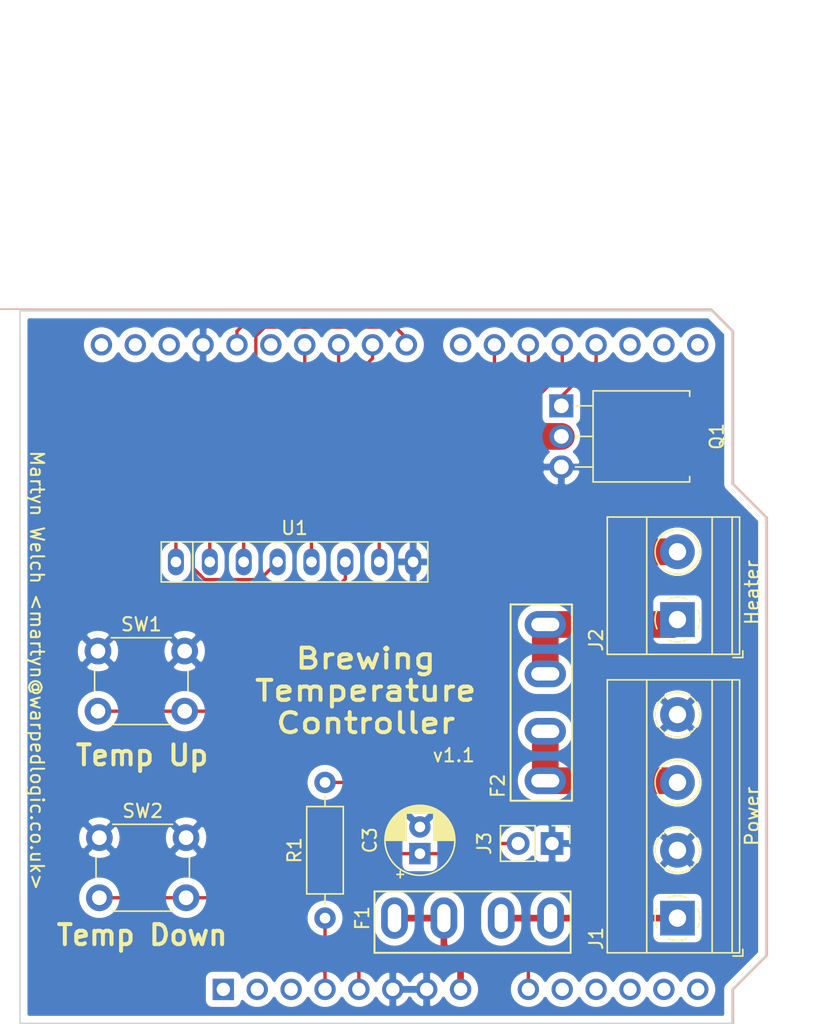
<source format=kicad_pcb>
(kicad_pcb (version 20171130) (host pcbnew 5.1.6+dfsg1-1)

  (general
    (thickness 1.6)
    (drawings 18)
    (tracks 100)
    (zones 0)
    (modules 12)
    (nets 19)
  )

  (page A4)
  (title_block
    (date "jeu. 02 avril 2015")
  )

  (layers
    (0 F.Cu signal)
    (31 B.Cu signal hide)
    (32 B.Adhes user hide)
    (33 F.Adhes user hide)
    (34 B.Paste user hide)
    (35 F.Paste user hide)
    (36 B.SilkS user hide)
    (37 F.SilkS user)
    (38 B.Mask user)
    (39 F.Mask user)
    (40 Dwgs.User user)
    (41 Cmts.User user)
    (42 Eco1.User user)
    (43 Eco2.User user)
    (44 Edge.Cuts user)
    (45 Margin user)
    (46 B.CrtYd user)
    (47 F.CrtYd user)
    (48 B.Fab user)
    (49 F.Fab user)
  )

  (setup
    (last_trace_width 0.25)
    (trace_clearance 0.2)
    (zone_clearance 0.508)
    (zone_45_only no)
    (trace_min 0.2)
    (via_size 0.6)
    (via_drill 0.4)
    (via_min_size 0.4)
    (via_min_drill 0.3)
    (uvia_size 0.3)
    (uvia_drill 0.1)
    (uvias_allowed no)
    (uvia_min_size 0.2)
    (uvia_min_drill 0.1)
    (edge_width 0.1)
    (segment_width 0.15)
    (pcb_text_width 0.3)
    (pcb_text_size 1.5 1.5)
    (mod_edge_width 0.15)
    (mod_text_size 1 1)
    (mod_text_width 0.15)
    (pad_size 5.7 6.2)
    (pad_drill 0)
    (pad_to_mask_clearance 0)
    (aux_axis_origin 138.176 110.617)
    (visible_elements FFFFFF7F)
    (pcbplotparams
      (layerselection 0x010e0_ffffffff)
      (usegerberextensions false)
      (usegerberattributes true)
      (usegerberadvancedattributes true)
      (creategerberjobfile true)
      (excludeedgelayer true)
      (linewidth 0.100000)
      (plotframeref false)
      (viasonmask false)
      (mode 1)
      (useauxorigin false)
      (hpglpennumber 1)
      (hpglpenspeed 20)
      (hpglpendiameter 15.000000)
      (psnegative false)
      (psa4output false)
      (plotreference true)
      (plotvalue true)
      (plotinvisibletext false)
      (padsonsilk false)
      (subtractmaskfromsilk false)
      (outputformat 1)
      (mirror false)
      (drillshape 0)
      (scaleselection 1)
      (outputdirectory ""))
  )

  (net 0 "")
  (net 1 GND)
  (net 2 +5V)
  (net 3 +3V3)
  (net 4 SCLK)
  (net 5 SDIN)
  (net 6 DC)
  (net 7 RST)
  (net 8 THERM)
  (net 9 +12V)
  (net 10 CE)
  (net 11 HEATER)
  (net 12 Vdrive)
  (net 13 "Net-(F1-Pad2)")
  (net 14 "Net-(F2-Pad2)")
  (net 15 "Net-(J2-Pad2)")
  (net 16 Button1)
  (net 17 Button2)
  (net 18 LIGHT)

  (net_class Default "This is the default net class."
    (clearance 0.2)
    (trace_width 0.25)
    (via_dia 0.6)
    (via_drill 0.4)
    (uvia_dia 0.3)
    (uvia_drill 0.1)
    (add_net +12V)
    (add_net +3V3)
    (add_net +5V)
    (add_net Button1)
    (add_net Button2)
    (add_net CE)
    (add_net DC)
    (add_net GND)
    (add_net HEATER)
    (add_net LIGHT)
    (add_net "Net-(F1-Pad2)")
    (add_net "Net-(F2-Pad2)")
    (add_net "Net-(J2-Pad2)")
    (add_net RST)
    (add_net SCLK)
    (add_net SDIN)
    (add_net THERM)
    (add_net Vdrive)
  )

  (module Module:Arduino_UNO_R3 (layer B.Cu) (tedit 58AB60FC) (tstamp 5F052F0F)
    (at 78.486 178.816)
    (descr "Arduino UNO R3, http://www.mouser.com/pdfdocs/Gravitech_Arduino_Nano3_0.pdf")
    (tags "Arduino UNO R3")
    (path /5F0016B5)
    (fp_text reference A1 (at 1.27 3.81 -180) (layer B.SilkS)
      (effects (font (size 1 1) (thickness 0.15)) (justify mirror))
    )
    (fp_text value Arduino_UNO_R3 (at 0 -22.86) (layer B.Fab)
      (effects (font (size 1 1) (thickness 0.15)) (justify mirror))
    )
    (fp_line (start 38.35 2.79) (end 38.35 0) (layer B.CrtYd) (width 0.05))
    (fp_line (start 38.35 0) (end 40.89 -2.54) (layer B.CrtYd) (width 0.05))
    (fp_line (start 40.89 -2.54) (end 40.89 -35.31) (layer B.CrtYd) (width 0.05))
    (fp_line (start 40.89 -35.31) (end 38.35 -37.85) (layer B.CrtYd) (width 0.05))
    (fp_line (start 38.35 -37.85) (end 38.35 -49.28) (layer B.CrtYd) (width 0.05))
    (fp_line (start 38.35 -49.28) (end 36.58 -51.05) (layer B.CrtYd) (width 0.05))
    (fp_line (start 36.58 -51.05) (end -28.19 -51.05) (layer B.CrtYd) (width 0.05))
    (fp_line (start -28.19 -51.05) (end -28.19 -41.53) (layer B.CrtYd) (width 0.05))
    (fp_line (start -28.19 -41.53) (end -34.54 -41.53) (layer B.CrtYd) (width 0.05))
    (fp_line (start -34.54 -41.53) (end -34.54 -29.59) (layer B.CrtYd) (width 0.05))
    (fp_line (start -34.54 -29.59) (end -28.19 -29.59) (layer B.CrtYd) (width 0.05))
    (fp_line (start -28.19 -29.59) (end -28.19 -9.78) (layer B.CrtYd) (width 0.05))
    (fp_line (start -28.19 -9.78) (end -30.1 -9.78) (layer B.CrtYd) (width 0.05))
    (fp_line (start -30.1 -9.78) (end -30.1 -0.38) (layer B.CrtYd) (width 0.05))
    (fp_line (start -30.1 -0.38) (end -28.19 -0.38) (layer B.CrtYd) (width 0.05))
    (fp_line (start -28.19 -0.38) (end -28.19 2.79) (layer B.CrtYd) (width 0.05))
    (fp_line (start -28.19 2.79) (end 38.35 2.79) (layer B.CrtYd) (width 0.05))
    (fp_line (start 40.77 -35.31) (end 40.77 -2.54) (layer B.SilkS) (width 0.12))
    (fp_line (start 40.77 -2.54) (end 38.23 0) (layer B.SilkS) (width 0.12))
    (fp_line (start 38.23 0) (end 38.23 2.67) (layer B.SilkS) (width 0.12))
    (fp_line (start 38.23 2.67) (end -28.07 2.67) (layer B.SilkS) (width 0.12))
    (fp_line (start -28.07 2.67) (end -28.07 -0.51) (layer B.SilkS) (width 0.12))
    (fp_line (start -28.07 -0.51) (end -29.97 -0.51) (layer B.SilkS) (width 0.12))
    (fp_line (start -29.97 -0.51) (end -29.97 -9.65) (layer B.SilkS) (width 0.12))
    (fp_line (start -29.97 -9.65) (end -28.07 -9.65) (layer B.SilkS) (width 0.12))
    (fp_line (start -28.07 -9.65) (end -28.07 -29.72) (layer B.SilkS) (width 0.12))
    (fp_line (start -28.07 -29.72) (end -34.42 -29.72) (layer B.SilkS) (width 0.12))
    (fp_line (start -34.42 -29.72) (end -34.42 -41.4) (layer B.SilkS) (width 0.12))
    (fp_line (start -34.42 -41.4) (end -28.07 -41.4) (layer B.SilkS) (width 0.12))
    (fp_line (start -28.07 -41.4) (end -28.07 -50.93) (layer B.SilkS) (width 0.12))
    (fp_line (start -28.07 -50.93) (end 36.58 -50.93) (layer B.SilkS) (width 0.12))
    (fp_line (start 36.58 -50.93) (end 38.23 -49.28) (layer B.SilkS) (width 0.12))
    (fp_line (start 38.23 -49.28) (end 38.23 -37.85) (layer B.SilkS) (width 0.12))
    (fp_line (start 38.23 -37.85) (end 40.77 -35.31) (layer B.SilkS) (width 0.12))
    (fp_line (start -34.29 -29.84) (end -18.41 -29.84) (layer B.Fab) (width 0.1))
    (fp_line (start -18.41 -29.84) (end -18.41 -41.27) (layer B.Fab) (width 0.1))
    (fp_line (start -18.41 -41.27) (end -34.29 -41.27) (layer B.Fab) (width 0.1))
    (fp_line (start -34.29 -41.27) (end -34.29 -29.84) (layer B.Fab) (width 0.1))
    (fp_line (start -29.84 -0.64) (end -16.51 -0.64) (layer B.Fab) (width 0.1))
    (fp_line (start -16.51 -0.64) (end -16.51 -9.53) (layer B.Fab) (width 0.1))
    (fp_line (start -16.51 -9.53) (end -29.84 -9.53) (layer B.Fab) (width 0.1))
    (fp_line (start -29.84 -9.53) (end -29.84 -0.64) (layer B.Fab) (width 0.1))
    (fp_line (start 38.1 -37.85) (end 38.1 -49.28) (layer B.Fab) (width 0.1))
    (fp_line (start 40.64 -2.54) (end 40.64 -35.31) (layer B.Fab) (width 0.1))
    (fp_line (start 40.64 -35.31) (end 38.1 -37.85) (layer B.Fab) (width 0.1))
    (fp_line (start 38.1 2.54) (end 38.1 0) (layer B.Fab) (width 0.1))
    (fp_line (start 38.1 0) (end 40.64 -2.54) (layer B.Fab) (width 0.1))
    (fp_line (start 38.1 -49.28) (end 36.58 -50.8) (layer B.Fab) (width 0.1))
    (fp_line (start 36.58 -50.8) (end -27.94 -50.8) (layer B.Fab) (width 0.1))
    (fp_line (start -27.94 -50.8) (end -27.94 2.54) (layer B.Fab) (width 0.1))
    (fp_line (start -27.94 2.54) (end 38.1 2.54) (layer B.Fab) (width 0.1))
    (fp_text user %R (at 0 -20.32 -180) (layer B.Fab)
      (effects (font (size 1 1) (thickness 0.15)) (justify mirror))
    )
    (pad 16 thru_hole oval (at 33.02 -48.26 270) (size 1.6 1.6) (drill 1) (layers *.Cu *.Mask))
    (pad 15 thru_hole oval (at 35.56 -48.26 270) (size 1.6 1.6) (drill 1) (layers *.Cu *.Mask))
    (pad 30 thru_hole oval (at -4.06 -48.26 270) (size 1.6 1.6) (drill 1) (layers *.Cu *.Mask))
    (pad 14 thru_hole oval (at 35.56 0 270) (size 1.6 1.6) (drill 1) (layers *.Cu *.Mask))
    (pad 29 thru_hole oval (at -1.52 -48.26 270) (size 1.6 1.6) (drill 1) (layers *.Cu *.Mask)
      (net 1 GND))
    (pad 13 thru_hole oval (at 33.02 0 270) (size 1.6 1.6) (drill 1) (layers *.Cu *.Mask))
    (pad 28 thru_hole oval (at 1.02 -48.26 270) (size 1.6 1.6) (drill 1) (layers *.Cu *.Mask)
      (net 4 SCLK))
    (pad 12 thru_hole oval (at 30.48 0 270) (size 1.6 1.6) (drill 1) (layers *.Cu *.Mask))
    (pad 27 thru_hole oval (at 3.56 -48.26 270) (size 1.6 1.6) (drill 1) (layers *.Cu *.Mask))
    (pad 11 thru_hole oval (at 27.94 0 270) (size 1.6 1.6) (drill 1) (layers *.Cu *.Mask))
    (pad 26 thru_hole oval (at 6.1 -48.26 270) (size 1.6 1.6) (drill 1) (layers *.Cu *.Mask)
      (net 5 SDIN))
    (pad 10 thru_hole oval (at 25.4 0 270) (size 1.6 1.6) (drill 1) (layers *.Cu *.Mask))
    (pad 25 thru_hole oval (at 8.64 -48.26 270) (size 1.6 1.6) (drill 1) (layers *.Cu *.Mask)
      (net 10 CE))
    (pad 9 thru_hole oval (at 22.86 0 270) (size 1.6 1.6) (drill 1) (layers *.Cu *.Mask)
      (net 8 THERM))
    (pad 24 thru_hole oval (at 11.18 -48.26 270) (size 1.6 1.6) (drill 1) (layers *.Cu *.Mask)
      (net 6 DC))
    (pad 8 thru_hole oval (at 17.78 0 270) (size 1.6 1.6) (drill 1) (layers *.Cu *.Mask)
      (net 9 +12V))
    (pad 23 thru_hole oval (at 13.72 -48.26 270) (size 1.6 1.6) (drill 1) (layers *.Cu *.Mask)
      (net 7 RST))
    (pad 7 thru_hole oval (at 15.24 0 270) (size 1.6 1.6) (drill 1) (layers *.Cu *.Mask)
      (net 1 GND))
    (pad 22 thru_hole oval (at 17.78 -48.26 270) (size 1.6 1.6) (drill 1) (layers *.Cu *.Mask))
    (pad 6 thru_hole oval (at 12.7 0 270) (size 1.6 1.6) (drill 1) (layers *.Cu *.Mask)
      (net 1 GND))
    (pad 21 thru_hole oval (at 20.32 -48.26 270) (size 1.6 1.6) (drill 1) (layers *.Cu *.Mask)
      (net 18 LIGHT))
    (pad 5 thru_hole oval (at 10.16 0 270) (size 1.6 1.6) (drill 1) (layers *.Cu *.Mask)
      (net 2 +5V))
    (pad 20 thru_hole oval (at 22.86 -48.26 270) (size 1.6 1.6) (drill 1) (layers *.Cu *.Mask)
      (net 16 Button1))
    (pad 4 thru_hole oval (at 7.62 0 270) (size 1.6 1.6) (drill 1) (layers *.Cu *.Mask)
      (net 3 +3V3))
    (pad 19 thru_hole oval (at 25.4 -48.26 270) (size 1.6 1.6) (drill 1) (layers *.Cu *.Mask)
      (net 17 Button2))
    (pad 3 thru_hole oval (at 5.08 0 270) (size 1.6 1.6) (drill 1) (layers *.Cu *.Mask))
    (pad 18 thru_hole oval (at 27.94 -48.26 270) (size 1.6 1.6) (drill 1) (layers *.Cu *.Mask)
      (net 11 HEATER))
    (pad 2 thru_hole oval (at 2.54 0 270) (size 1.6 1.6) (drill 1) (layers *.Cu *.Mask))
    (pad 17 thru_hole oval (at 30.48 -48.26 270) (size 1.6 1.6) (drill 1) (layers *.Cu *.Mask))
    (pad 1 thru_hole rect (at 0 0 270) (size 1.6 1.6) (drill 1) (layers *.Cu *.Mask))
    (pad 31 thru_hole oval (at -6.6 -48.26 270) (size 1.6 1.6) (drill 1) (layers *.Cu *.Mask))
    (pad 32 thru_hole oval (at -9.14 -48.26 270) (size 1.6 1.6) (drill 1) (layers *.Cu *.Mask))
    (model ${KISYS3DMOD}/Module.3dshapes/Arduino_UNO_R3.wrl
      (at (xyz 0 0 0))
      (scale (xyz 1 1 1))
      (rotate (xyz 0 0 0))
    )
  )

  (module Nokia:Nokia_5110_Module (layer F.Cu) (tedit 5F04C27C) (tstamp 5F04EEB9)
    (at 83.82 126.812)
    (path /5F020D60)
    (fp_text reference U1 (at 0 17.46) (layer F.SilkS)
      (effects (font (size 1 1) (thickness 0.15)))
    )
    (fp_text value Nokia_5110_Module (at 0 -15) (layer F.Fab)
      (effects (font (size 1 1) (thickness 0.15)))
    )
    (fp_line (start 17.78 -8.48) (end 17.78 13) (layer F.Fab) (width 0.15))
    (fp_line (start 15.24 -11.02) (end -15.24 -11.02) (layer F.Fab) (width 0.15))
    (fp_line (start -15.24 15.54) (end 15.24 15.54) (layer F.Fab) (width 0.15))
    (fp_line (start -17.78 -8.48) (end -17.78 13) (layer F.Fab) (width 0.15))
    (fp_line (start -20 18) (end 20 18) (layer F.Fab) (width 0.15))
    (fp_line (start -20 -18) (end -20 18) (layer F.Fab) (width 0.15))
    (fp_line (start 20 -18) (end 20 18) (layer F.Fab) (width 0.15))
    (fp_line (start -20 -18) (end 20 -18) (layer F.Fab) (width 0.15))
    (fp_line (start -22 -22) (end -22 22) (layer F.Fab) (width 0.15))
    (fp_line (start 22 -22) (end -22 -22) (layer F.Fab) (width 0.15))
    (fp_line (start 22 22) (end 22 -22) (layer F.Fab) (width 0.15))
    (fp_line (start -22 22) (end 22 22) (layer F.Fab) (width 0.15))
    (fp_line (start -9.74 21.25) (end -9.74 18.75) (layer F.CrtYd) (width 0.05))
    (fp_line (start 9.74 21.25) (end -9.74 21.25) (layer F.CrtYd) (width 0.05))
    (fp_line (start 9.74 18.75) (end 9.74 21.25) (layer F.CrtYd) (width 0.05))
    (fp_line (start -9.74 18.75) (end 9.74 18.75) (layer F.CrtYd) (width 0.05))
    (fp_line (start -7.62 18.5) (end -7.62 21.5) (layer F.SilkS) (width 0.12))
    (fp_line (start -9.99 21.5) (end -9.99 18.5) (layer F.SilkS) (width 0.12))
    (fp_line (start 9.99 21.5) (end -9.99 21.5) (layer F.SilkS) (width 0.12))
    (fp_line (start 9.99 18.5) (end 9.99 21.5) (layer F.SilkS) (width 0.12))
    (fp_line (start -9.99 18.5) (end 9.99 18.5) (layer F.SilkS) (width 0.12))
    (fp_arc (start -15.24 -8.48) (end -15.24 -11.02) (angle -90) (layer F.Fab) (width 0.15))
    (fp_arc (start 15.24 -8.48) (end 17.78 -8.48) (angle -90) (layer F.Fab) (width 0.15))
    (fp_arc (start -15.24 13) (end -17.78 13) (angle -90) (layer F.Fab) (width 0.15))
    (fp_arc (start 15.24 13) (end 15.24 15.54) (angle -90) (layer F.Fab) (width 0.15))
    (pad 1 thru_hole oval (at -8.89 20) (size 1.2 2) (drill 0.8) (layers *.Cu *.Mask)
      (net 7 RST))
    (pad 2 thru_hole oval (at -6.35 20) (size 1.2 2) (drill 0.8) (layers *.Cu *.Mask)
      (net 10 CE))
    (pad 3 thru_hole oval (at -3.81 20) (size 1.2 2) (drill 0.8) (layers *.Cu *.Mask)
      (net 6 DC))
    (pad 4 thru_hole oval (at -1.27 20) (size 1.2 2) (drill 0.8) (layers *.Cu *.Mask)
      (net 5 SDIN))
    (pad 5 thru_hole oval (at 1.27 20) (size 1.2 2) (drill 0.8) (layers *.Cu *.Mask)
      (net 4 SCLK))
    (pad 6 thru_hole oval (at 3.81 20) (size 1.2 2) (drill 0.8) (layers *.Cu *.Mask)
      (net 3 +3V3))
    (pad 7 thru_hole oval (at 6.35 20) (size 1.2 2) (drill 0.8) (layers *.Cu *.Mask)
      (net 18 LIGHT))
    (pad 8 thru_hole oval (at 8.89 20) (size 1.2 2) (drill 0.8) (layers *.Cu *.Mask)
      (net 1 GND))
  )

  (module Fuse_Block:MCCQ-122 (layer F.Cu) (tedit 5F037587) (tstamp 5F052CC4)
    (at 97.164 173.482)
    (path /5ED0AE39)
    (fp_text reference F1 (at -8.264 0 90) (layer F.SilkS)
      (effects (font (size 1 1) (thickness 0.15)))
    )
    (fp_text value MCCQ-122 (at 0 3.048) (layer F.Fab)
      (effects (font (size 1 1) (thickness 0.15)))
    )
    (fp_line (start -7.35 2.6) (end -7.35 -2) (layer F.SilkS) (width 0.15))
    (fp_line (start 7.35 2.6) (end -7.35 2.6) (layer F.SilkS) (width 0.15))
    (fp_line (start 7.35 -2) (end 7.35 2.6) (layer F.SilkS) (width 0.15))
    (fp_line (start -7.35 -2) (end 7.35 -2) (layer F.SilkS) (width 0.15))
    (pad 2 thru_hole oval (at 5.85 0) (size 2 3.1) (drill oval 1 2.1) (layers *.Cu *.Mask)
      (net 13 "Net-(F1-Pad2)"))
    (pad 2 thru_hole oval (at 2.15 0) (size 2 3.1) (drill oval 1 2.1) (layers *.Cu *.Mask)
      (net 13 "Net-(F1-Pad2)"))
    (pad 1 thru_hole oval (at -2.15 0) (size 2 3.1) (drill oval 1 2.1) (layers *.Cu *.Mask)
      (net 9 +12V))
    (pad 1 thru_hole oval (at -5.85 0) (size 2 3.1) (drill oval 1 2.1) (layers *.Cu *.Mask)
      (net 9 +12V))
  )

  (module Fuse_Block:MCCQ-122 (layer F.Cu) (tedit 5F04C090) (tstamp 5F04D75F)
    (at 102.616 157.344 270)
    (path /5ED13426)
    (fp_text reference F2 (at 6.232 3.556 270) (layer F.SilkS)
      (effects (font (size 1 1) (thickness 0.15)))
    )
    (fp_text value MCCQ-122 (at 0 3.556 270) (layer F.Fab)
      (effects (font (size 1 1) (thickness 0.15)))
    )
    (fp_line (start -7.35 -2) (end 7.35 -2) (layer F.Fab) (width 0.15))
    (fp_line (start 7.35 -2) (end 7.35 2.6) (layer F.Fab) (width 0.15))
    (fp_line (start 7.35 2.6) (end -7.35 2.6) (layer F.Fab) (width 0.15))
    (fp_line (start -7.35 2.6) (end -7.35 -2) (layer F.Fab) (width 0.15))
    (fp_line (start -7.35 2.6) (end -7.35 -2) (layer F.SilkS) (width 0.15))
    (fp_line (start 7.35 2.6) (end -7.35 2.6) (layer F.SilkS) (width 0.15))
    (fp_line (start 7.35 -2) (end 7.35 2.6) (layer F.SilkS) (width 0.15))
    (fp_line (start -7.35 -2) (end 7.35 -2) (layer F.SilkS) (width 0.15))
    (pad 2 thru_hole oval (at 5.85 0 270) (size 2 3.1) (drill oval 1 2.1) (layers *.Cu *.Mask)
      (net 14 "Net-(F2-Pad2)"))
    (pad 2 thru_hole oval (at 2.15 0 270) (size 2 3.1) (drill oval 1 2.1) (layers *.Cu *.Mask)
      (net 14 "Net-(F2-Pad2)"))
    (pad 1 thru_hole oval (at -2.15 0 270) (size 2 3.1) (drill oval 1 2.1) (layers *.Cu *.Mask)
      (net 12 Vdrive))
    (pad 1 thru_hole oval (at -5.85 0 270) (size 2 3.1) (drill oval 1 2.1) (layers *.Cu *.Mask)
      (net 12 Vdrive))
  )

  (module Capacitor_THT:CP_Radial_D5.0mm_P2.00mm (layer F.Cu) (tedit 5AE50EF0) (tstamp 5F051E41)
    (at 93.218 168.656 90)
    (descr "CP, Radial series, Radial, pin pitch=2.00mm, , diameter=5mm, Electrolytic Capacitor")
    (tags "CP Radial series Radial pin pitch 2.00mm  diameter 5mm Electrolytic Capacitor")
    (path /5ECABDE7)
    (fp_text reference C3 (at 1 -3.75 90) (layer F.SilkS)
      (effects (font (size 1 1) (thickness 0.15)))
    )
    (fp_text value 10uF (at 1 3.75 90) (layer F.Fab)
      (effects (font (size 1 1) (thickness 0.15)))
    )
    (fp_circle (center 1 0) (end 3.5 0) (layer F.Fab) (width 0.1))
    (fp_circle (center 1 0) (end 3.62 0) (layer F.SilkS) (width 0.12))
    (fp_circle (center 1 0) (end 3.75 0) (layer F.CrtYd) (width 0.05))
    (fp_line (start -1.133605 -1.0875) (end -0.633605 -1.0875) (layer F.Fab) (width 0.1))
    (fp_line (start -0.883605 -1.3375) (end -0.883605 -0.8375) (layer F.Fab) (width 0.1))
    (fp_line (start 1 1.04) (end 1 2.58) (layer F.SilkS) (width 0.12))
    (fp_line (start 1 -2.58) (end 1 -1.04) (layer F.SilkS) (width 0.12))
    (fp_line (start 1.04 1.04) (end 1.04 2.58) (layer F.SilkS) (width 0.12))
    (fp_line (start 1.04 -2.58) (end 1.04 -1.04) (layer F.SilkS) (width 0.12))
    (fp_line (start 1.08 -2.579) (end 1.08 -1.04) (layer F.SilkS) (width 0.12))
    (fp_line (start 1.08 1.04) (end 1.08 2.579) (layer F.SilkS) (width 0.12))
    (fp_line (start 1.12 -2.578) (end 1.12 -1.04) (layer F.SilkS) (width 0.12))
    (fp_line (start 1.12 1.04) (end 1.12 2.578) (layer F.SilkS) (width 0.12))
    (fp_line (start 1.16 -2.576) (end 1.16 -1.04) (layer F.SilkS) (width 0.12))
    (fp_line (start 1.16 1.04) (end 1.16 2.576) (layer F.SilkS) (width 0.12))
    (fp_line (start 1.2 -2.573) (end 1.2 -1.04) (layer F.SilkS) (width 0.12))
    (fp_line (start 1.2 1.04) (end 1.2 2.573) (layer F.SilkS) (width 0.12))
    (fp_line (start 1.24 -2.569) (end 1.24 -1.04) (layer F.SilkS) (width 0.12))
    (fp_line (start 1.24 1.04) (end 1.24 2.569) (layer F.SilkS) (width 0.12))
    (fp_line (start 1.28 -2.565) (end 1.28 -1.04) (layer F.SilkS) (width 0.12))
    (fp_line (start 1.28 1.04) (end 1.28 2.565) (layer F.SilkS) (width 0.12))
    (fp_line (start 1.32 -2.561) (end 1.32 -1.04) (layer F.SilkS) (width 0.12))
    (fp_line (start 1.32 1.04) (end 1.32 2.561) (layer F.SilkS) (width 0.12))
    (fp_line (start 1.36 -2.556) (end 1.36 -1.04) (layer F.SilkS) (width 0.12))
    (fp_line (start 1.36 1.04) (end 1.36 2.556) (layer F.SilkS) (width 0.12))
    (fp_line (start 1.4 -2.55) (end 1.4 -1.04) (layer F.SilkS) (width 0.12))
    (fp_line (start 1.4 1.04) (end 1.4 2.55) (layer F.SilkS) (width 0.12))
    (fp_line (start 1.44 -2.543) (end 1.44 -1.04) (layer F.SilkS) (width 0.12))
    (fp_line (start 1.44 1.04) (end 1.44 2.543) (layer F.SilkS) (width 0.12))
    (fp_line (start 1.48 -2.536) (end 1.48 -1.04) (layer F.SilkS) (width 0.12))
    (fp_line (start 1.48 1.04) (end 1.48 2.536) (layer F.SilkS) (width 0.12))
    (fp_line (start 1.52 -2.528) (end 1.52 -1.04) (layer F.SilkS) (width 0.12))
    (fp_line (start 1.52 1.04) (end 1.52 2.528) (layer F.SilkS) (width 0.12))
    (fp_line (start 1.56 -2.52) (end 1.56 -1.04) (layer F.SilkS) (width 0.12))
    (fp_line (start 1.56 1.04) (end 1.56 2.52) (layer F.SilkS) (width 0.12))
    (fp_line (start 1.6 -2.511) (end 1.6 -1.04) (layer F.SilkS) (width 0.12))
    (fp_line (start 1.6 1.04) (end 1.6 2.511) (layer F.SilkS) (width 0.12))
    (fp_line (start 1.64 -2.501) (end 1.64 -1.04) (layer F.SilkS) (width 0.12))
    (fp_line (start 1.64 1.04) (end 1.64 2.501) (layer F.SilkS) (width 0.12))
    (fp_line (start 1.68 -2.491) (end 1.68 -1.04) (layer F.SilkS) (width 0.12))
    (fp_line (start 1.68 1.04) (end 1.68 2.491) (layer F.SilkS) (width 0.12))
    (fp_line (start 1.721 -2.48) (end 1.721 -1.04) (layer F.SilkS) (width 0.12))
    (fp_line (start 1.721 1.04) (end 1.721 2.48) (layer F.SilkS) (width 0.12))
    (fp_line (start 1.761 -2.468) (end 1.761 -1.04) (layer F.SilkS) (width 0.12))
    (fp_line (start 1.761 1.04) (end 1.761 2.468) (layer F.SilkS) (width 0.12))
    (fp_line (start 1.801 -2.455) (end 1.801 -1.04) (layer F.SilkS) (width 0.12))
    (fp_line (start 1.801 1.04) (end 1.801 2.455) (layer F.SilkS) (width 0.12))
    (fp_line (start 1.841 -2.442) (end 1.841 -1.04) (layer F.SilkS) (width 0.12))
    (fp_line (start 1.841 1.04) (end 1.841 2.442) (layer F.SilkS) (width 0.12))
    (fp_line (start 1.881 -2.428) (end 1.881 -1.04) (layer F.SilkS) (width 0.12))
    (fp_line (start 1.881 1.04) (end 1.881 2.428) (layer F.SilkS) (width 0.12))
    (fp_line (start 1.921 -2.414) (end 1.921 -1.04) (layer F.SilkS) (width 0.12))
    (fp_line (start 1.921 1.04) (end 1.921 2.414) (layer F.SilkS) (width 0.12))
    (fp_line (start 1.961 -2.398) (end 1.961 -1.04) (layer F.SilkS) (width 0.12))
    (fp_line (start 1.961 1.04) (end 1.961 2.398) (layer F.SilkS) (width 0.12))
    (fp_line (start 2.001 -2.382) (end 2.001 -1.04) (layer F.SilkS) (width 0.12))
    (fp_line (start 2.001 1.04) (end 2.001 2.382) (layer F.SilkS) (width 0.12))
    (fp_line (start 2.041 -2.365) (end 2.041 -1.04) (layer F.SilkS) (width 0.12))
    (fp_line (start 2.041 1.04) (end 2.041 2.365) (layer F.SilkS) (width 0.12))
    (fp_line (start 2.081 -2.348) (end 2.081 -1.04) (layer F.SilkS) (width 0.12))
    (fp_line (start 2.081 1.04) (end 2.081 2.348) (layer F.SilkS) (width 0.12))
    (fp_line (start 2.121 -2.329) (end 2.121 -1.04) (layer F.SilkS) (width 0.12))
    (fp_line (start 2.121 1.04) (end 2.121 2.329) (layer F.SilkS) (width 0.12))
    (fp_line (start 2.161 -2.31) (end 2.161 -1.04) (layer F.SilkS) (width 0.12))
    (fp_line (start 2.161 1.04) (end 2.161 2.31) (layer F.SilkS) (width 0.12))
    (fp_line (start 2.201 -2.29) (end 2.201 -1.04) (layer F.SilkS) (width 0.12))
    (fp_line (start 2.201 1.04) (end 2.201 2.29) (layer F.SilkS) (width 0.12))
    (fp_line (start 2.241 -2.268) (end 2.241 -1.04) (layer F.SilkS) (width 0.12))
    (fp_line (start 2.241 1.04) (end 2.241 2.268) (layer F.SilkS) (width 0.12))
    (fp_line (start 2.281 -2.247) (end 2.281 -1.04) (layer F.SilkS) (width 0.12))
    (fp_line (start 2.281 1.04) (end 2.281 2.247) (layer F.SilkS) (width 0.12))
    (fp_line (start 2.321 -2.224) (end 2.321 -1.04) (layer F.SilkS) (width 0.12))
    (fp_line (start 2.321 1.04) (end 2.321 2.224) (layer F.SilkS) (width 0.12))
    (fp_line (start 2.361 -2.2) (end 2.361 -1.04) (layer F.SilkS) (width 0.12))
    (fp_line (start 2.361 1.04) (end 2.361 2.2) (layer F.SilkS) (width 0.12))
    (fp_line (start 2.401 -2.175) (end 2.401 -1.04) (layer F.SilkS) (width 0.12))
    (fp_line (start 2.401 1.04) (end 2.401 2.175) (layer F.SilkS) (width 0.12))
    (fp_line (start 2.441 -2.149) (end 2.441 -1.04) (layer F.SilkS) (width 0.12))
    (fp_line (start 2.441 1.04) (end 2.441 2.149) (layer F.SilkS) (width 0.12))
    (fp_line (start 2.481 -2.122) (end 2.481 -1.04) (layer F.SilkS) (width 0.12))
    (fp_line (start 2.481 1.04) (end 2.481 2.122) (layer F.SilkS) (width 0.12))
    (fp_line (start 2.521 -2.095) (end 2.521 -1.04) (layer F.SilkS) (width 0.12))
    (fp_line (start 2.521 1.04) (end 2.521 2.095) (layer F.SilkS) (width 0.12))
    (fp_line (start 2.561 -2.065) (end 2.561 -1.04) (layer F.SilkS) (width 0.12))
    (fp_line (start 2.561 1.04) (end 2.561 2.065) (layer F.SilkS) (width 0.12))
    (fp_line (start 2.601 -2.035) (end 2.601 -1.04) (layer F.SilkS) (width 0.12))
    (fp_line (start 2.601 1.04) (end 2.601 2.035) (layer F.SilkS) (width 0.12))
    (fp_line (start 2.641 -2.004) (end 2.641 -1.04) (layer F.SilkS) (width 0.12))
    (fp_line (start 2.641 1.04) (end 2.641 2.004) (layer F.SilkS) (width 0.12))
    (fp_line (start 2.681 -1.971) (end 2.681 -1.04) (layer F.SilkS) (width 0.12))
    (fp_line (start 2.681 1.04) (end 2.681 1.971) (layer F.SilkS) (width 0.12))
    (fp_line (start 2.721 -1.937) (end 2.721 -1.04) (layer F.SilkS) (width 0.12))
    (fp_line (start 2.721 1.04) (end 2.721 1.937) (layer F.SilkS) (width 0.12))
    (fp_line (start 2.761 -1.901) (end 2.761 -1.04) (layer F.SilkS) (width 0.12))
    (fp_line (start 2.761 1.04) (end 2.761 1.901) (layer F.SilkS) (width 0.12))
    (fp_line (start 2.801 -1.864) (end 2.801 -1.04) (layer F.SilkS) (width 0.12))
    (fp_line (start 2.801 1.04) (end 2.801 1.864) (layer F.SilkS) (width 0.12))
    (fp_line (start 2.841 -1.826) (end 2.841 -1.04) (layer F.SilkS) (width 0.12))
    (fp_line (start 2.841 1.04) (end 2.841 1.826) (layer F.SilkS) (width 0.12))
    (fp_line (start 2.881 -1.785) (end 2.881 -1.04) (layer F.SilkS) (width 0.12))
    (fp_line (start 2.881 1.04) (end 2.881 1.785) (layer F.SilkS) (width 0.12))
    (fp_line (start 2.921 -1.743) (end 2.921 -1.04) (layer F.SilkS) (width 0.12))
    (fp_line (start 2.921 1.04) (end 2.921 1.743) (layer F.SilkS) (width 0.12))
    (fp_line (start 2.961 -1.699) (end 2.961 -1.04) (layer F.SilkS) (width 0.12))
    (fp_line (start 2.961 1.04) (end 2.961 1.699) (layer F.SilkS) (width 0.12))
    (fp_line (start 3.001 -1.653) (end 3.001 -1.04) (layer F.SilkS) (width 0.12))
    (fp_line (start 3.001 1.04) (end 3.001 1.653) (layer F.SilkS) (width 0.12))
    (fp_line (start 3.041 -1.605) (end 3.041 1.605) (layer F.SilkS) (width 0.12))
    (fp_line (start 3.081 -1.554) (end 3.081 1.554) (layer F.SilkS) (width 0.12))
    (fp_line (start 3.121 -1.5) (end 3.121 1.5) (layer F.SilkS) (width 0.12))
    (fp_line (start 3.161 -1.443) (end 3.161 1.443) (layer F.SilkS) (width 0.12))
    (fp_line (start 3.201 -1.383) (end 3.201 1.383) (layer F.SilkS) (width 0.12))
    (fp_line (start 3.241 -1.319) (end 3.241 1.319) (layer F.SilkS) (width 0.12))
    (fp_line (start 3.281 -1.251) (end 3.281 1.251) (layer F.SilkS) (width 0.12))
    (fp_line (start 3.321 -1.178) (end 3.321 1.178) (layer F.SilkS) (width 0.12))
    (fp_line (start 3.361 -1.098) (end 3.361 1.098) (layer F.SilkS) (width 0.12))
    (fp_line (start 3.401 -1.011) (end 3.401 1.011) (layer F.SilkS) (width 0.12))
    (fp_line (start 3.441 -0.915) (end 3.441 0.915) (layer F.SilkS) (width 0.12))
    (fp_line (start 3.481 -0.805) (end 3.481 0.805) (layer F.SilkS) (width 0.12))
    (fp_line (start 3.521 -0.677) (end 3.521 0.677) (layer F.SilkS) (width 0.12))
    (fp_line (start 3.561 -0.518) (end 3.561 0.518) (layer F.SilkS) (width 0.12))
    (fp_line (start 3.601 -0.284) (end 3.601 0.284) (layer F.SilkS) (width 0.12))
    (fp_line (start -1.804775 -1.475) (end -1.304775 -1.475) (layer F.SilkS) (width 0.12))
    (fp_line (start -1.554775 -1.725) (end -1.554775 -1.225) (layer F.SilkS) (width 0.12))
    (fp_text user %R (at 1 0 90) (layer F.Fab)
      (effects (font (size 1 1) (thickness 0.15)))
    )
    (pad 1 thru_hole rect (at 0 0 90) (size 1.6 1.6) (drill 0.8) (layers *.Cu *.Mask)
      (net 8 THERM))
    (pad 2 thru_hole circle (at 2 0 90) (size 1.6 1.6) (drill 0.8) (layers *.Cu *.Mask)
      (net 1 GND))
    (model ${KISYS3DMOD}/Capacitor_THT.3dshapes/CP_Radial_D5.0mm_P2.00mm.wrl
      (at (xyz 0 0 0))
      (scale (xyz 1 1 1))
      (rotate (xyz 0 0 0))
    )
  )

  (module TerminalBlock_Phoenix:TerminalBlock_Phoenix_MKDS-1,5-4-5.08_1x04_P5.08mm_Horizontal (layer F.Cu) (tedit 5B294EBC) (tstamp 5F04ED7A)
    (at 112.522 173.482 90)
    (descr "Terminal Block Phoenix MKDS-1,5-4-5.08, 4 pins, pitch 5.08mm, size 20.3x9.8mm^2, drill diamater 1.3mm, pad diameter 2.6mm, see http://www.farnell.com/datasheets/100425.pdf, script-generated using https://github.com/pointhi/kicad-footprint-generator/scripts/TerminalBlock_Phoenix")
    (tags "THT Terminal Block Phoenix MKDS-1,5-4-5.08 pitch 5.08mm size 20.3x9.8mm^2 drill 1.3mm pad 2.6mm")
    (path /5ED074A7)
    (fp_text reference J1 (at -1.524 -6.096 90) (layer F.SilkS)
      (effects (font (size 1 1) (thickness 0.15)))
    )
    (fp_text value CTBP9358/4 (at 7.62 5.66 90) (layer F.Fab)
      (effects (font (size 1 1) (thickness 0.15)))
    )
    (fp_circle (center 0 0) (end 1.5 0) (layer F.Fab) (width 0.1))
    (fp_circle (center 5.08 0) (end 6.58 0) (layer F.Fab) (width 0.1))
    (fp_circle (center 5.08 0) (end 6.76 0) (layer F.SilkS) (width 0.12))
    (fp_circle (center 10.16 0) (end 11.66 0) (layer F.Fab) (width 0.1))
    (fp_circle (center 10.16 0) (end 11.84 0) (layer F.SilkS) (width 0.12))
    (fp_circle (center 15.24 0) (end 16.74 0) (layer F.Fab) (width 0.1))
    (fp_circle (center 15.24 0) (end 16.92 0) (layer F.SilkS) (width 0.12))
    (fp_line (start -2.54 -5.2) (end 17.78 -5.2) (layer F.Fab) (width 0.1))
    (fp_line (start 17.78 -5.2) (end 17.78 4.6) (layer F.Fab) (width 0.1))
    (fp_line (start 17.78 4.6) (end -2.04 4.6) (layer F.Fab) (width 0.1))
    (fp_line (start -2.04 4.6) (end -2.54 4.1) (layer F.Fab) (width 0.1))
    (fp_line (start -2.54 4.1) (end -2.54 -5.2) (layer F.Fab) (width 0.1))
    (fp_line (start -2.54 4.1) (end 17.78 4.1) (layer F.Fab) (width 0.1))
    (fp_line (start -2.6 4.1) (end 17.84 4.1) (layer F.SilkS) (width 0.12))
    (fp_line (start -2.54 2.6) (end 17.78 2.6) (layer F.Fab) (width 0.1))
    (fp_line (start -2.6 2.6) (end 17.84 2.6) (layer F.SilkS) (width 0.12))
    (fp_line (start -2.54 -2.3) (end 17.78 -2.3) (layer F.Fab) (width 0.1))
    (fp_line (start -2.6 -2.301) (end 17.84 -2.301) (layer F.SilkS) (width 0.12))
    (fp_line (start -2.6 -5.261) (end 17.84 -5.261) (layer F.SilkS) (width 0.12))
    (fp_line (start -2.6 4.66) (end 17.84 4.66) (layer F.SilkS) (width 0.12))
    (fp_line (start -2.6 -5.261) (end -2.6 4.66) (layer F.SilkS) (width 0.12))
    (fp_line (start 17.84 -5.261) (end 17.84 4.66) (layer F.SilkS) (width 0.12))
    (fp_line (start 1.138 -0.955) (end -0.955 1.138) (layer F.Fab) (width 0.1))
    (fp_line (start 0.955 -1.138) (end -1.138 0.955) (layer F.Fab) (width 0.1))
    (fp_line (start 6.218 -0.955) (end 4.126 1.138) (layer F.Fab) (width 0.1))
    (fp_line (start 6.035 -1.138) (end 3.943 0.955) (layer F.Fab) (width 0.1))
    (fp_line (start 6.355 -1.069) (end 6.308 -1.023) (layer F.SilkS) (width 0.12))
    (fp_line (start 4.046 1.239) (end 4.011 1.274) (layer F.SilkS) (width 0.12))
    (fp_line (start 6.15 -1.275) (end 6.115 -1.239) (layer F.SilkS) (width 0.12))
    (fp_line (start 3.853 1.023) (end 3.806 1.069) (layer F.SilkS) (width 0.12))
    (fp_line (start 11.298 -0.955) (end 9.206 1.138) (layer F.Fab) (width 0.1))
    (fp_line (start 11.115 -1.138) (end 9.023 0.955) (layer F.Fab) (width 0.1))
    (fp_line (start 11.435 -1.069) (end 11.388 -1.023) (layer F.SilkS) (width 0.12))
    (fp_line (start 9.126 1.239) (end 9.091 1.274) (layer F.SilkS) (width 0.12))
    (fp_line (start 11.23 -1.275) (end 11.195 -1.239) (layer F.SilkS) (width 0.12))
    (fp_line (start 8.933 1.023) (end 8.886 1.069) (layer F.SilkS) (width 0.12))
    (fp_line (start 16.378 -0.955) (end 14.286 1.138) (layer F.Fab) (width 0.1))
    (fp_line (start 16.195 -1.138) (end 14.103 0.955) (layer F.Fab) (width 0.1))
    (fp_line (start 16.515 -1.069) (end 16.468 -1.023) (layer F.SilkS) (width 0.12))
    (fp_line (start 14.206 1.239) (end 14.171 1.274) (layer F.SilkS) (width 0.12))
    (fp_line (start 16.31 -1.275) (end 16.275 -1.239) (layer F.SilkS) (width 0.12))
    (fp_line (start 14.013 1.023) (end 13.966 1.069) (layer F.SilkS) (width 0.12))
    (fp_line (start -2.84 4.16) (end -2.84 4.9) (layer F.SilkS) (width 0.12))
    (fp_line (start -2.84 4.9) (end -2.34 4.9) (layer F.SilkS) (width 0.12))
    (fp_line (start -3.04 -5.71) (end -3.04 5.1) (layer F.CrtYd) (width 0.05))
    (fp_line (start -3.04 5.1) (end 18.28 5.1) (layer F.CrtYd) (width 0.05))
    (fp_line (start 18.28 5.1) (end 18.28 -5.71) (layer F.CrtYd) (width 0.05))
    (fp_line (start 18.28 -5.71) (end -3.04 -5.71) (layer F.CrtYd) (width 0.05))
    (fp_arc (start 0 0) (end 0 1.68) (angle -24) (layer F.SilkS) (width 0.12))
    (fp_arc (start 0 0) (end 1.535 0.684) (angle -48) (layer F.SilkS) (width 0.12))
    (fp_arc (start 0 0) (end 0.684 -1.535) (angle -48) (layer F.SilkS) (width 0.12))
    (fp_arc (start 0 0) (end -1.535 -0.684) (angle -48) (layer F.SilkS) (width 0.12))
    (fp_arc (start 0 0) (end -0.684 1.535) (angle -25) (layer F.SilkS) (width 0.12))
    (fp_text user %R (at 7.62 3.2 90) (layer F.Fab)
      (effects (font (size 1 1) (thickness 0.15)))
    )
    (pad 1 thru_hole rect (at 0 0 90) (size 2.6 2.6) (drill 1.3) (layers *.Cu *.Mask)
      (net 13 "Net-(F1-Pad2)"))
    (pad 2 thru_hole circle (at 5.08 0 90) (size 2.6 2.6) (drill 1.3) (layers *.Cu *.Mask)
      (net 1 GND))
    (pad 3 thru_hole circle (at 10.16 0 90) (size 2.6 2.6) (drill 1.3) (layers *.Cu *.Mask)
      (net 14 "Net-(F2-Pad2)"))
    (pad 4 thru_hole circle (at 15.24 0 90) (size 2.6 2.6) (drill 1.3) (layers *.Cu *.Mask)
      (net 1 GND))
    (model ${KISYS3DMOD}/TerminalBlock_Phoenix.3dshapes/TerminalBlock_Phoenix_MKDS-1,5-4-5.08_1x04_P5.08mm_Horizontal.wrl
      (at (xyz 0 0 0))
      (scale (xyz 1 1 1))
      (rotate (xyz 0 0 0))
    )
  )

  (module TerminalBlock_Phoenix:TerminalBlock_Phoenix_MKDS-1,5-2-5.08_1x02_P5.08mm_Horizontal (layer F.Cu) (tedit 5B294EBC) (tstamp 5F052C13)
    (at 112.522 151.13 90)
    (descr "Terminal Block Phoenix MKDS-1,5-2-5.08, 2 pins, pitch 5.08mm, size 10.2x9.8mm^2, drill diamater 1.3mm, pad diameter 2.6mm, see http://www.farnell.com/datasheets/100425.pdf, script-generated using https://github.com/pointhi/kicad-footprint-generator/scripts/TerminalBlock_Phoenix")
    (tags "THT Terminal Block Phoenix MKDS-1,5-2-5.08 pitch 5.08mm size 10.2x9.8mm^2 drill 1.3mm pad 2.6mm")
    (path /5ECF17F8)
    (fp_text reference J2 (at -1.524 -6.096 90) (layer F.SilkS)
      (effects (font (size 1 1) (thickness 0.15)))
    )
    (fp_text value CTB0708/2 (at 2.54 5.66 90) (layer F.Fab)
      (effects (font (size 1 1) (thickness 0.15)))
    )
    (fp_circle (center 0 0) (end 1.5 0) (layer F.Fab) (width 0.1))
    (fp_circle (center 5.08 0) (end 6.58 0) (layer F.Fab) (width 0.1))
    (fp_circle (center 5.08 0) (end 6.76 0) (layer F.SilkS) (width 0.12))
    (fp_line (start -2.54 -5.2) (end 7.62 -5.2) (layer F.Fab) (width 0.1))
    (fp_line (start 7.62 -5.2) (end 7.62 4.6) (layer F.Fab) (width 0.1))
    (fp_line (start 7.62 4.6) (end -2.04 4.6) (layer F.Fab) (width 0.1))
    (fp_line (start -2.04 4.6) (end -2.54 4.1) (layer F.Fab) (width 0.1))
    (fp_line (start -2.54 4.1) (end -2.54 -5.2) (layer F.Fab) (width 0.1))
    (fp_line (start -2.54 4.1) (end 7.62 4.1) (layer F.Fab) (width 0.1))
    (fp_line (start -2.6 4.1) (end 7.68 4.1) (layer F.SilkS) (width 0.12))
    (fp_line (start -2.54 2.6) (end 7.62 2.6) (layer F.Fab) (width 0.1))
    (fp_line (start -2.6 2.6) (end 7.68 2.6) (layer F.SilkS) (width 0.12))
    (fp_line (start -2.54 -2.3) (end 7.62 -2.3) (layer F.Fab) (width 0.1))
    (fp_line (start -2.6 -2.301) (end 7.68 -2.301) (layer F.SilkS) (width 0.12))
    (fp_line (start -2.6 -5.261) (end 7.68 -5.261) (layer F.SilkS) (width 0.12))
    (fp_line (start -2.6 4.66) (end 7.68 4.66) (layer F.SilkS) (width 0.12))
    (fp_line (start -2.6 -5.261) (end -2.6 4.66) (layer F.SilkS) (width 0.12))
    (fp_line (start 7.68 -5.261) (end 7.68 4.66) (layer F.SilkS) (width 0.12))
    (fp_line (start 1.138 -0.955) (end -0.955 1.138) (layer F.Fab) (width 0.1))
    (fp_line (start 0.955 -1.138) (end -1.138 0.955) (layer F.Fab) (width 0.1))
    (fp_line (start 6.218 -0.955) (end 4.126 1.138) (layer F.Fab) (width 0.1))
    (fp_line (start 6.035 -1.138) (end 3.943 0.955) (layer F.Fab) (width 0.1))
    (fp_line (start 6.355 -1.069) (end 6.308 -1.023) (layer F.SilkS) (width 0.12))
    (fp_line (start 4.046 1.239) (end 4.011 1.274) (layer F.SilkS) (width 0.12))
    (fp_line (start 6.15 -1.275) (end 6.115 -1.239) (layer F.SilkS) (width 0.12))
    (fp_line (start 3.853 1.023) (end 3.806 1.069) (layer F.SilkS) (width 0.12))
    (fp_line (start -2.84 4.16) (end -2.84 4.9) (layer F.SilkS) (width 0.12))
    (fp_line (start -2.84 4.9) (end -2.34 4.9) (layer F.SilkS) (width 0.12))
    (fp_line (start -3.04 -5.71) (end -3.04 5.1) (layer F.CrtYd) (width 0.05))
    (fp_line (start -3.04 5.1) (end 8.13 5.1) (layer F.CrtYd) (width 0.05))
    (fp_line (start 8.13 5.1) (end 8.13 -5.71) (layer F.CrtYd) (width 0.05))
    (fp_line (start 8.13 -5.71) (end -3.04 -5.71) (layer F.CrtYd) (width 0.05))
    (fp_arc (start 0 0) (end 0 1.68) (angle -24) (layer F.SilkS) (width 0.12))
    (fp_arc (start 0 0) (end 1.535 0.684) (angle -48) (layer F.SilkS) (width 0.12))
    (fp_arc (start 0 0) (end 0.684 -1.535) (angle -48) (layer F.SilkS) (width 0.12))
    (fp_arc (start 0 0) (end -1.535 -0.684) (angle -48) (layer F.SilkS) (width 0.12))
    (fp_arc (start 0 0) (end -0.684 1.535) (angle -25) (layer F.SilkS) (width 0.12))
    (fp_text user %R (at 2.54 3.2 90) (layer F.Fab)
      (effects (font (size 1 1) (thickness 0.15)))
    )
    (pad 1 thru_hole rect (at 0 0 90) (size 2.6 2.6) (drill 1.3) (layers *.Cu *.Mask)
      (net 12 Vdrive))
    (pad 2 thru_hole circle (at 5.08 0 90) (size 2.6 2.6) (drill 1.3) (layers *.Cu *.Mask)
      (net 15 "Net-(J2-Pad2)"))
    (model ${KISYS3DMOD}/TerminalBlock_Phoenix.3dshapes/TerminalBlock_Phoenix_MKDS-1,5-2-5.08_1x02_P5.08mm_Horizontal.wrl
      (at (xyz 0 0 0))
      (scale (xyz 1 1 1))
      (rotate (xyz 0 0 0))
    )
  )

  (module Connector_PinHeader_2.54mm:PinHeader_1x02_P2.54mm_Vertical (layer F.Cu) (tedit 59FED5CC) (tstamp 5F051AA4)
    (at 103.124 167.894 270)
    (descr "Through hole straight pin header, 1x02, 2.54mm pitch, single row")
    (tags "Through hole pin header THT 1x02 2.54mm single row")
    (path /5ECAD2D3)
    (fp_text reference J3 (at 0 5.08 90) (layer F.SilkS)
      (effects (font (size 1 1) (thickness 0.15)))
    )
    (fp_text value Conn_01x02_Male (at 0.254 -2.286 90) (layer F.Fab)
      (effects (font (size 1 1) (thickness 0.15)))
    )
    (fp_line (start -0.635 -1.27) (end 1.27 -1.27) (layer F.Fab) (width 0.1))
    (fp_line (start 1.27 -1.27) (end 1.27 3.81) (layer F.Fab) (width 0.1))
    (fp_line (start 1.27 3.81) (end -1.27 3.81) (layer F.Fab) (width 0.1))
    (fp_line (start -1.27 3.81) (end -1.27 -0.635) (layer F.Fab) (width 0.1))
    (fp_line (start -1.27 -0.635) (end -0.635 -1.27) (layer F.Fab) (width 0.1))
    (fp_line (start -1.33 3.87) (end 1.33 3.87) (layer F.SilkS) (width 0.12))
    (fp_line (start -1.33 1.27) (end -1.33 3.87) (layer F.SilkS) (width 0.12))
    (fp_line (start 1.33 1.27) (end 1.33 3.87) (layer F.SilkS) (width 0.12))
    (fp_line (start -1.33 1.27) (end 1.33 1.27) (layer F.SilkS) (width 0.12))
    (fp_line (start -1.33 0) (end -1.33 -1.33) (layer F.SilkS) (width 0.12))
    (fp_line (start -1.33 -1.33) (end 0 -1.33) (layer F.SilkS) (width 0.12))
    (fp_line (start -1.8 -1.8) (end -1.8 4.35) (layer F.CrtYd) (width 0.05))
    (fp_line (start -1.8 4.35) (end 1.8 4.35) (layer F.CrtYd) (width 0.05))
    (fp_line (start 1.8 4.35) (end 1.8 -1.8) (layer F.CrtYd) (width 0.05))
    (fp_line (start 1.8 -1.8) (end -1.8 -1.8) (layer F.CrtYd) (width 0.05))
    (fp_text user %R (at 0 1.27) (layer F.Fab)
      (effects (font (size 1 1) (thickness 0.15)))
    )
    (pad 1 thru_hole rect (at 0 0 270) (size 1.7 1.7) (drill 1) (layers *.Cu *.Mask)
      (net 1 GND))
    (pad 2 thru_hole oval (at 0 2.54 270) (size 1.7 1.7) (drill 1) (layers *.Cu *.Mask)
      (net 8 THERM))
    (model ${KISYS3DMOD}/Connector_PinHeader_2.54mm.3dshapes/PinHeader_1x02_P2.54mm_Vertical.wrl
      (at (xyz 0 0 0))
      (scale (xyz 1 1 1))
      (rotate (xyz 0 0 0))
    )
  )

  (module Package_TO_SOT_THT:TO-251-3-1EP_Horizontal_TabDown (layer F.Cu) (tedit 5F04BD43) (tstamp 5F0500CB)
    (at 103.818667 135.124 270)
    (descr "TO-251-3, Horizontal, RM 2.29mm, IPAK, see https://www.diodes.com/assets/Package-Files/TO251.pdf")
    (tags "TO-251-3 Horizontal RM 2.29mm IPAK")
    (path /5ECEF5CB)
    (fp_text reference Q1 (at 2.29 -11.653333 90) (layer F.SilkS)
      (effects (font (size 1 1) (thickness 0.15)))
    )
    (fp_text value IRLU024NPBF (at 2.29 -10.481333 90) (layer F.Fab)
      (effects (font (size 1 1) (thickness 0.15)))
    )
    (fp_line (start -0.38 -8.6) (end -0.38 -9.5) (layer F.Fab) (width 0.1))
    (fp_line (start -0.38 -9.5) (end 4.96 -9.5) (layer F.Fab) (width 0.1))
    (fp_line (start 4.96 -9.5) (end 4.96 -8.6) (layer F.Fab) (width 0.1))
    (fp_line (start 4.96 -8.6) (end -0.38 -8.6) (layer F.Fab) (width 0.1))
    (fp_line (start -1 -2.5) (end -1 -8.6) (layer F.Fab) (width 0.1))
    (fp_line (start -1 -8.6) (end 5.58 -8.6) (layer F.Fab) (width 0.1))
    (fp_line (start 5.58 -8.6) (end 5.58 -2.5) (layer F.Fab) (width 0.1))
    (fp_line (start 5.58 -2.5) (end -1 -2.5) (layer F.Fab) (width 0.1))
    (fp_line (start 0 -2.5) (end 0 0) (layer F.Fab) (width 0.1))
    (fp_line (start 2.29 -2.5) (end 2.29 0) (layer F.Fab) (width 0.1))
    (fp_line (start 4.58 -2.5) (end 4.58 0) (layer F.Fab) (width 0.1))
    (fp_line (start -1.12 -2.38) (end 5.7 -2.38) (layer F.SilkS) (width 0.12))
    (fp_line (start -1.12 -9.62) (end -0.711 -9.62) (layer F.SilkS) (width 0.12))
    (fp_line (start 5.291 -9.62) (end 5.7 -9.62) (layer F.SilkS) (width 0.12))
    (fp_line (start -1.12 -9.62) (end -1.12 -2.38) (layer F.SilkS) (width 0.12))
    (fp_line (start 5.7 -9.62) (end 5.7 -2.38) (layer F.SilkS) (width 0.12))
    (fp_line (start 0 -2.38) (end 0 -1.05) (layer F.SilkS) (width 0.12))
    (fp_line (start 2.29 -2.38) (end 2.29 -1.05) (layer F.SilkS) (width 0.12))
    (fp_line (start 4.58 -2.38) (end 4.58 -1.05) (layer F.SilkS) (width 0.12))
    (fp_line (start -1.25 -10.79) (end -1.25 1.16) (layer F.CrtYd) (width 0.05))
    (fp_line (start -1.25 1.16) (end 5.83 1.16) (layer F.CrtYd) (width 0.05))
    (fp_line (start 5.83 1.16) (end 5.83 -10.79) (layer F.CrtYd) (width 0.05))
    (fp_line (start 5.83 -10.79) (end -1.25 -10.79) (layer F.CrtYd) (width 0.05))
    (fp_text user %R (at 2.29 -5.655333 90) (layer F.Fab)
      (effects (font (size 1 1) (thickness 0.15)))
    )
    (pad 4 smd rect (at 2.29 -7.433333 270) (size 5.7 6.2) (layers F.Cu F.Paste F.Mask))
    (pad 1 thru_hole rect (at 0 0 270) (size 1.7175 1.8) (drill 1.1) (layers *.Cu *.Mask)
      (net 11 HEATER))
    (pad 2 thru_hole oval (at 2.29 0 270) (size 1.7175 1.8) (drill 1.1) (layers *.Cu *.Mask)
      (net 15 "Net-(J2-Pad2)"))
    (pad 3 thru_hole oval (at 4.58 0 270) (size 1.7175 1.8) (drill 1.1) (layers *.Cu *.Mask)
      (net 1 GND))
    (model ${KISYS3DMOD}/Package_TO_SOT_THT.3dshapes/TO-251-3-1EP_Horizontal_TabDown.wrl
      (at (xyz 0 0 0))
      (scale (xyz 1 1 1))
      (rotate (xyz 0 0 0))
    )
  )

  (module Resistor_THT:R_Axial_DIN0207_L6.3mm_D2.5mm_P10.16mm_Horizontal (layer F.Cu) (tedit 5AE5139B) (tstamp 5F04F8E7)
    (at 86.106 173.482 90)
    (descr "Resistor, Axial_DIN0207 series, Axial, Horizontal, pin pitch=10.16mm, 0.25W = 1/4W, length*diameter=6.3*2.5mm^2, http://cdn-reichelt.de/documents/datenblatt/B400/1_4W%23YAG.pdf")
    (tags "Resistor Axial_DIN0207 series Axial Horizontal pin pitch 10.16mm 0.25W = 1/4W length 6.3mm diameter 2.5mm")
    (path /5ECAB9DF)
    (fp_text reference R1 (at 5.08 -2.286 90) (layer F.SilkS)
      (effects (font (size 1 1) (thickness 0.15)))
    )
    (fp_text value 4K7 (at 5.08 2.37 90) (layer F.Fab)
      (effects (font (size 1 1) (thickness 0.15)))
    )
    (fp_line (start 1.93 -1.25) (end 1.93 1.25) (layer F.Fab) (width 0.1))
    (fp_line (start 1.93 1.25) (end 8.23 1.25) (layer F.Fab) (width 0.1))
    (fp_line (start 8.23 1.25) (end 8.23 -1.25) (layer F.Fab) (width 0.1))
    (fp_line (start 8.23 -1.25) (end 1.93 -1.25) (layer F.Fab) (width 0.1))
    (fp_line (start 0 0) (end 1.93 0) (layer F.Fab) (width 0.1))
    (fp_line (start 10.16 0) (end 8.23 0) (layer F.Fab) (width 0.1))
    (fp_line (start 1.81 -1.37) (end 1.81 1.37) (layer F.SilkS) (width 0.12))
    (fp_line (start 1.81 1.37) (end 8.35 1.37) (layer F.SilkS) (width 0.12))
    (fp_line (start 8.35 1.37) (end 8.35 -1.37) (layer F.SilkS) (width 0.12))
    (fp_line (start 8.35 -1.37) (end 1.81 -1.37) (layer F.SilkS) (width 0.12))
    (fp_line (start 1.04 0) (end 1.81 0) (layer F.SilkS) (width 0.12))
    (fp_line (start 9.12 0) (end 8.35 0) (layer F.SilkS) (width 0.12))
    (fp_line (start -1.05 -1.5) (end -1.05 1.5) (layer F.CrtYd) (width 0.05))
    (fp_line (start -1.05 1.5) (end 11.21 1.5) (layer F.CrtYd) (width 0.05))
    (fp_line (start 11.21 1.5) (end 11.21 -1.5) (layer F.CrtYd) (width 0.05))
    (fp_line (start 11.21 -1.5) (end -1.05 -1.5) (layer F.CrtYd) (width 0.05))
    (fp_text user %R (at 5.08 0 90) (layer F.Fab)
      (effects (font (size 1 1) (thickness 0.15)))
    )
    (pad 1 thru_hole circle (at 0 0 90) (size 1.6 1.6) (drill 0.8) (layers *.Cu *.Mask)
      (net 2 +5V))
    (pad 2 thru_hole oval (at 10.16 0 90) (size 1.6 1.6) (drill 0.8) (layers *.Cu *.Mask)
      (net 8 THERM))
    (model ${KISYS3DMOD}/Resistor_THT.3dshapes/R_Axial_DIN0207_L6.3mm_D2.5mm_P10.16mm_Horizontal.wrl
      (at (xyz 0 0 0))
      (scale (xyz 1 1 1))
      (rotate (xyz 0 0 0))
    )
  )

  (module Button_Switch_THT:SW_PUSH_6mm_H4.3mm (layer F.Cu) (tedit 5A02FE31) (tstamp 5F05099B)
    (at 69.088 153.488)
    (descr "tactile push button, 6x6mm e.g. PHAP33xx series, height=4.3mm")
    (tags "tact sw push 6mm")
    (path /5F07ED66)
    (fp_text reference SW1 (at 3.25 -2) (layer F.SilkS)
      (effects (font (size 1 1) (thickness 0.15)))
    )
    (fp_text value MCDTS6-1R (at 3.75 6.7) (layer F.Fab)
      (effects (font (size 1 1) (thickness 0.15)))
    )
    (fp_circle (center 3.25 2.25) (end 1.25 2.5) (layer F.Fab) (width 0.1))
    (fp_line (start 6.75 3) (end 6.75 1.5) (layer F.SilkS) (width 0.12))
    (fp_line (start 5.5 -1) (end 1 -1) (layer F.SilkS) (width 0.12))
    (fp_line (start -0.25 1.5) (end -0.25 3) (layer F.SilkS) (width 0.12))
    (fp_line (start 1 5.5) (end 5.5 5.5) (layer F.SilkS) (width 0.12))
    (fp_line (start 8 -1.25) (end 8 5.75) (layer F.CrtYd) (width 0.05))
    (fp_line (start 7.75 6) (end -1.25 6) (layer F.CrtYd) (width 0.05))
    (fp_line (start -1.5 5.75) (end -1.5 -1.25) (layer F.CrtYd) (width 0.05))
    (fp_line (start -1.25 -1.5) (end 7.75 -1.5) (layer F.CrtYd) (width 0.05))
    (fp_line (start -1.5 6) (end -1.25 6) (layer F.CrtYd) (width 0.05))
    (fp_line (start -1.5 5.75) (end -1.5 6) (layer F.CrtYd) (width 0.05))
    (fp_line (start -1.5 -1.5) (end -1.25 -1.5) (layer F.CrtYd) (width 0.05))
    (fp_line (start -1.5 -1.25) (end -1.5 -1.5) (layer F.CrtYd) (width 0.05))
    (fp_line (start 8 -1.5) (end 8 -1.25) (layer F.CrtYd) (width 0.05))
    (fp_line (start 7.75 -1.5) (end 8 -1.5) (layer F.CrtYd) (width 0.05))
    (fp_line (start 8 6) (end 8 5.75) (layer F.CrtYd) (width 0.05))
    (fp_line (start 7.75 6) (end 8 6) (layer F.CrtYd) (width 0.05))
    (fp_line (start 0.25 -0.75) (end 3.25 -0.75) (layer F.Fab) (width 0.1))
    (fp_line (start 0.25 5.25) (end 0.25 -0.75) (layer F.Fab) (width 0.1))
    (fp_line (start 6.25 5.25) (end 0.25 5.25) (layer F.Fab) (width 0.1))
    (fp_line (start 6.25 -0.75) (end 6.25 5.25) (layer F.Fab) (width 0.1))
    (fp_line (start 3.25 -0.75) (end 6.25 -0.75) (layer F.Fab) (width 0.1))
    (fp_text user %R (at 3.25 2.25) (layer F.Fab)
      (effects (font (size 1 1) (thickness 0.15)))
    )
    (pad 1 thru_hole circle (at 6.5 0 90) (size 2 2) (drill 1.1) (layers *.Cu *.Mask)
      (net 1 GND))
    (pad 2 thru_hole circle (at 6.5 4.5 90) (size 2 2) (drill 1.1) (layers *.Cu *.Mask)
      (net 16 Button1))
    (pad 1 thru_hole circle (at 0 0 90) (size 2 2) (drill 1.1) (layers *.Cu *.Mask)
      (net 1 GND))
    (pad 2 thru_hole circle (at 0 4.5 90) (size 2 2) (drill 1.1) (layers *.Cu *.Mask)
      (net 16 Button1))
    (model ${KISYS3DMOD}/Button_Switch_THT.3dshapes/SW_PUSH_6mm_H4.3mm.wrl
      (at (xyz 0 0 0))
      (scale (xyz 1 1 1))
      (rotate (xyz 0 0 0))
    )
  )

  (module Button_Switch_THT:SW_PUSH_6mm_H4.3mm (layer F.Cu) (tedit 5A02FE31) (tstamp 5F0508BD)
    (at 69.192 167.458)
    (descr "tactile push button, 6x6mm e.g. PHAP33xx series, height=4.3mm")
    (tags "tact sw push 6mm")
    (path /5F07E7CD)
    (fp_text reference SW2 (at 3.25 -2) (layer F.SilkS)
      (effects (font (size 1 1) (thickness 0.15)))
    )
    (fp_text value MCDTS6-1R (at 3.75 6.7) (layer F.Fab)
      (effects (font (size 1 1) (thickness 0.15)))
    )
    (fp_line (start 3.25 -0.75) (end 6.25 -0.75) (layer F.Fab) (width 0.1))
    (fp_line (start 6.25 -0.75) (end 6.25 5.25) (layer F.Fab) (width 0.1))
    (fp_line (start 6.25 5.25) (end 0.25 5.25) (layer F.Fab) (width 0.1))
    (fp_line (start 0.25 5.25) (end 0.25 -0.75) (layer F.Fab) (width 0.1))
    (fp_line (start 0.25 -0.75) (end 3.25 -0.75) (layer F.Fab) (width 0.1))
    (fp_line (start 7.75 6) (end 8 6) (layer F.CrtYd) (width 0.05))
    (fp_line (start 8 6) (end 8 5.75) (layer F.CrtYd) (width 0.05))
    (fp_line (start 7.75 -1.5) (end 8 -1.5) (layer F.CrtYd) (width 0.05))
    (fp_line (start 8 -1.5) (end 8 -1.25) (layer F.CrtYd) (width 0.05))
    (fp_line (start -1.5 -1.25) (end -1.5 -1.5) (layer F.CrtYd) (width 0.05))
    (fp_line (start -1.5 -1.5) (end -1.25 -1.5) (layer F.CrtYd) (width 0.05))
    (fp_line (start -1.5 5.75) (end -1.5 6) (layer F.CrtYd) (width 0.05))
    (fp_line (start -1.5 6) (end -1.25 6) (layer F.CrtYd) (width 0.05))
    (fp_line (start -1.25 -1.5) (end 7.75 -1.5) (layer F.CrtYd) (width 0.05))
    (fp_line (start -1.5 5.75) (end -1.5 -1.25) (layer F.CrtYd) (width 0.05))
    (fp_line (start 7.75 6) (end -1.25 6) (layer F.CrtYd) (width 0.05))
    (fp_line (start 8 -1.25) (end 8 5.75) (layer F.CrtYd) (width 0.05))
    (fp_line (start 1 5.5) (end 5.5 5.5) (layer F.SilkS) (width 0.12))
    (fp_line (start -0.25 1.5) (end -0.25 3) (layer F.SilkS) (width 0.12))
    (fp_line (start 5.5 -1) (end 1 -1) (layer F.SilkS) (width 0.12))
    (fp_line (start 6.75 3) (end 6.75 1.5) (layer F.SilkS) (width 0.12))
    (fp_circle (center 3.25 2.25) (end 1.25 2.5) (layer F.Fab) (width 0.1))
    (fp_text user %R (at 3.25 2.25) (layer F.Fab)
      (effects (font (size 1 1) (thickness 0.15)))
    )
    (pad 2 thru_hole circle (at 0 4.5 90) (size 2 2) (drill 1.1) (layers *.Cu *.Mask)
      (net 17 Button2))
    (pad 1 thru_hole circle (at 0 0 90) (size 2 2) (drill 1.1) (layers *.Cu *.Mask)
      (net 1 GND))
    (pad 2 thru_hole circle (at 6.5 4.5 90) (size 2 2) (drill 1.1) (layers *.Cu *.Mask)
      (net 17 Button2))
    (pad 1 thru_hole circle (at 6.5 0 90) (size 2 2) (drill 1.1) (layers *.Cu *.Mask)
      (net 1 GND))
    (model ${KISYS3DMOD}/Button_Switch_THT.3dshapes/SW_PUSH_6mm_H4.3mm.wrl
      (at (xyz 0 0 0))
      (scale (xyz 1 1 1))
      (rotate (xyz 0 0 0))
    )
  )

  (dimension 53.34 (width 0.15) (layer Dwgs.User)
    (gr_text "53.340 mm" (at 122.966 154.686 270) (layer Dwgs.User)
      (effects (font (size 1 1) (thickness 0.15)))
    )
    (feature1 (pts (xy 119.634 181.356) (xy 122.252421 181.356)))
    (feature2 (pts (xy 119.634 128.016) (xy 122.252421 128.016)))
    (crossbar (pts (xy 121.666 128.016) (xy 121.666 181.356)))
    (arrow1a (pts (xy 121.666 181.356) (xy 121.079579 180.229496)))
    (arrow1b (pts (xy 121.666 181.356) (xy 122.252421 180.229496)))
    (arrow2a (pts (xy 121.666 128.016) (xy 121.079579 129.142504)))
    (arrow2b (pts (xy 121.666 128.016) (xy 122.252421 129.142504)))
  )
  (dimension 55.88 (width 0.15) (layer Dwgs.User)
    (gr_text "55.880 mm" (at 91.186 123.922) (layer Dwgs.User)
      (effects (font (size 1 1) (thickness 0.15)))
    )
    (feature1 (pts (xy 119.126 127.508) (xy 119.126 124.635579)))
    (feature2 (pts (xy 63.246 127.508) (xy 63.246 124.635579)))
    (crossbar (pts (xy 63.246 125.222) (xy 119.126 125.222)))
    (arrow1a (pts (xy 119.126 125.222) (xy 117.999496 125.808421)))
    (arrow1b (pts (xy 119.126 125.222) (xy 117.999496 124.635579)))
    (arrow2a (pts (xy 63.246 125.222) (xy 64.372504 125.808421)))
    (arrow2b (pts (xy 63.246 125.222) (xy 64.372504 124.635579)))
  )
  (gr_text Power (at 118.11 165.862 90) (layer F.SilkS)
    (effects (font (size 1 1) (thickness 0.15)))
  )
  (gr_text Heater (at 118.11 149.098 90) (layer F.SilkS)
    (effects (font (size 1 1) (thickness 0.15)))
  )
  (gr_text v1.1 (at 95.758 161.29) (layer F.SilkS)
    (effects (font (size 1 1) (thickness 0.15)))
  )
  (gr_text "Brewing\nTemperature\nController" (at 89.154 156.464) (layer F.SilkS)
    (effects (font (size 1.5 1.8) (thickness 0.3)))
  )
  (gr_text "Martyn Welch <martyn@warpedlogic.co.uk>" (at 64.516 154.94 270) (layer F.SilkS)
    (effects (font (size 1 1) (thickness 0.15)))
  )
  (gr_text "Temp Down" (at 72.39 174.752) (layer F.SilkS) (tstamp 5F053568)
    (effects (font (size 1.5 1.5) (thickness 0.3)))
  )
  (gr_text "Temp Up" (at 72.39 161.29) (layer F.SilkS)
    (effects (font (size 1.5 1.5) (thickness 0.3)))
  )
  (gr_line (start 115.062 128.016) (end 63.246 128.016) (layer Edge.Cuts) (width 0.1) (tstamp 5F052BA5))
  (gr_line (start 116.586 129.54) (end 115.062 128.016) (layer Edge.Cuts) (width 0.1))
  (gr_line (start 116.586 140.97) (end 116.586 129.54) (layer Edge.Cuts) (width 0.1))
  (gr_line (start 119.126 143.51) (end 116.586 140.97) (layer Edge.Cuts) (width 0.1))
  (gr_line (start 119.126 176.276) (end 119.126 143.51) (layer Edge.Cuts) (width 0.1))
  (gr_line (start 116.586 178.816) (end 119.126 176.276) (layer Edge.Cuts) (width 0.1))
  (gr_line (start 116.586 181.356) (end 116.586 178.816) (layer Edge.Cuts) (width 0.1))
  (gr_line (start 63.246 181.356) (end 116.586 181.356) (layer Edge.Cuts) (width 0.1))
  (gr_line (start 63.246 128.016) (end 63.246 181.356) (layer Edge.Cuts) (width 0.1))

  (segment (start 86.106 173.482) (end 86.106 175.006) (width 0.25) (layer F.Cu) (net 2) (status 10))
  (segment (start 88.646 177.546) (end 88.646 178.816) (width 0.25) (layer F.Cu) (net 2) (status 20))
  (segment (start 86.106 175.006) (end 88.646 177.546) (width 0.25) (layer F.Cu) (net 2))
  (segment (start 85.344 176.784) (end 67.818 176.784) (width 0.25) (layer F.Cu) (net 3))
  (segment (start 86.106 177.546) (end 85.344 176.784) (width 0.25) (layer F.Cu) (net 3))
  (segment (start 86.106 178.816) (end 86.106 177.546) (width 0.25) (layer F.Cu) (net 3) (status 10))
  (segment (start 66.548 175.514) (end 66.294 175.26) (width 0.25) (layer F.Cu) (net 3))
  (segment (start 67.818 176.784) (end 66.548 175.514) (width 0.25) (layer F.Cu) (net 3))
  (segment (start 65.278 174.244) (end 66.548 175.514) (width 0.25) (layer F.Cu) (net 3))
  (segment (start 65.278 151.13) (end 65.278 174.244) (width 0.25) (layer F.Cu) (net 3))
  (segment (start 87.63 146.812) (end 87.63 148.082) (width 0.25) (layer F.Cu) (net 3) (status 10))
  (segment (start 87.63 148.082) (end 86.614 149.098) (width 0.25) (layer F.Cu) (net 3))
  (segment (start 67.31 149.098) (end 65.278 151.13) (width 0.25) (layer F.Cu) (net 3))
  (segment (start 86.614 149.098) (end 67.31 149.098) (width 0.25) (layer F.Cu) (net 3))
  (segment (start 79.506 130.556) (end 79.506 129.536) (width 0.25) (layer F.Cu) (net 4) (status 10))
  (segment (start 79.506 129.536) (end 80.264 128.778) (width 0.25) (layer F.Cu) (net 4))
  (segment (start 80.264 128.778) (end 93.218 128.778) (width 0.25) (layer F.Cu) (net 4))
  (segment (start 93.218 128.778) (end 93.98 129.54) (width 0.25) (layer F.Cu) (net 4))
  (segment (start 93.98 129.54) (end 93.98 136.144) (width 0.25) (layer F.Cu) (net 4))
  (segment (start 85.09 145.034) (end 85.09 146.812) (width 0.25) (layer F.Cu) (net 4) (status 20))
  (segment (start 93.98 136.144) (end 85.09 145.034) (width 0.25) (layer F.Cu) (net 4))
  (segment (start 84.586 130.556) (end 84.586 133.346) (width 0.25) (layer F.Cu) (net 5) (status 10))
  (segment (start 84.586 133.346) (end 76.2 141.732) (width 0.25) (layer F.Cu) (net 5))
  (segment (start 76.2 141.732) (end 76.2 147.250161) (width 0.25) (layer F.Cu) (net 5))
  (segment (start 77.086849 148.13701) (end 76.2 147.250161) (width 0.25) (layer F.Cu) (net 5))
  (segment (start 81.22499 148.13701) (end 77.086849 148.13701) (width 0.25) (layer F.Cu) (net 5))
  (segment (start 82.55 146.812) (end 81.22499 148.13701) (width 0.25) (layer F.Cu) (net 5) (status 10))
  (segment (start 80.01 146.812) (end 80.01 141.224) (width 0.25) (layer F.Cu) (net 6) (status 10))
  (segment (start 89.666 131.568) (end 89.666 130.556) (width 0.25) (layer F.Cu) (net 6) (status 20))
  (segment (start 80.01 141.224) (end 89.666 131.568) (width 0.25) (layer F.Cu) (net 6))
  (segment (start 92.206 130.556) (end 92.206 130.052) (width 0.25) (layer F.Cu) (net 7) (status 30))
  (segment (start 92.206 130.052) (end 91.38201 129.22801) (width 0.25) (layer F.Cu) (net 7) (status 10))
  (segment (start 91.38201 129.22801) (end 81.59199 129.22801) (width 0.25) (layer F.Cu) (net 7))
  (segment (start 80.920999 129.899001) (end 80.920999 135.487001) (width 0.25) (layer F.Cu) (net 7))
  (segment (start 81.59199 129.22801) (end 80.920999 129.899001) (width 0.25) (layer F.Cu) (net 7))
  (segment (start 74.93 141.478) (end 74.93 146.812) (width 0.25) (layer F.Cu) (net 7) (status 20))
  (segment (start 80.920999 135.487001) (end 74.93 141.478) (width 0.25) (layer F.Cu) (net 7))
  (segment (start 101.346 178.816) (end 101.346 177.292) (width 0.25) (layer F.Cu) (net 8) (status 10))
  (segment (start 101.346 177.292) (end 100.33 176.276) (width 0.25) (layer F.Cu) (net 8))
  (segment (start 100.33 176.276) (end 98.298 176.276) (width 0.25) (layer F.Cu) (net 8))
  (segment (start 98.298 176.276) (end 97.282 175.26) (width 0.25) (layer F.Cu) (net 8))
  (segment (start 97.282 175.26) (end 97.282 168.656) (width 0.25) (layer F.Cu) (net 8))
  (segment (start 98.044 167.894) (end 100.584 167.894) (width 0.25) (layer F.Cu) (net 8) (status 20))
  (segment (start 97.282 168.656) (end 98.044 167.894) (width 0.25) (layer F.Cu) (net 8))
  (segment (start 93.218 168.656) (end 97.282 168.656) (width 0.25) (layer F.Cu) (net 8) (status 10))
  (segment (start 86.106 163.322) (end 88.392 163.322) (width 0.25) (layer F.Cu) (net 8) (status 10))
  (segment (start 88.392 163.322) (end 89.408 164.338) (width 0.25) (layer F.Cu) (net 8))
  (segment (start 89.408 164.338) (end 89.408 167.64) (width 0.25) (layer F.Cu) (net 8))
  (segment (start 90.424 168.656) (end 93.218 168.656) (width 0.25) (layer F.Cu) (net 8) (status 20))
  (segment (start 89.408 167.64) (end 90.424 168.656) (width 0.25) (layer F.Cu) (net 8))
  (segment (start 91.314 173.482) (end 95.014 173.482) (width 0.5) (layer F.Cu) (net 9) (status 30))
  (segment (start 95.014 173.482) (end 95.014 175.532) (width 0.5) (layer F.Cu) (net 9) (status 10))
  (segment (start 96.266 176.784) (end 96.266 178.816) (width 0.5) (layer F.Cu) (net 9) (status 20))
  (segment (start 95.014 175.532) (end 96.266 176.784) (width 0.5) (layer F.Cu) (net 9))
  (segment (start 77.47 146.812) (end 77.47 141.986) (width 0.25) (layer F.Cu) (net 10) (status 10))
  (segment (start 87.126 132.33) (end 87.126 130.556) (width 0.25) (layer F.Cu) (net 10) (status 20))
  (segment (start 77.47 141.986) (end 87.126 132.33) (width 0.25) (layer F.Cu) (net 10))
  (segment (start 103.818667 134.433333) (end 103.818667 135.124) (width 0.25) (layer F.Cu) (net 11))
  (segment (start 106.426 131.826) (end 103.818667 134.433333) (width 0.25) (layer F.Cu) (net 11))
  (segment (start 106.426 130.556) (end 106.426 131.826) (width 0.25) (layer F.Cu) (net 11))
  (segment (start 102.616 155.194) (end 102.616 151.494) (width 2) (layer F.Cu) (net 12) (status 30))
  (segment (start 112.158 151.494) (end 112.522 151.13) (width 2) (layer F.Cu) (net 12) (status 30))
  (segment (start 102.616 151.494) (end 112.158 151.494) (width 2) (layer F.Cu) (net 12) (status 30))
  (segment (start 99.314 173.482) (end 103.014 173.482) (width 0.5) (layer F.Cu) (net 13) (status 30))
  (segment (start 103.014 173.482) (end 112.522 173.482) (width 0.5) (layer F.Cu) (net 13) (status 30))
  (segment (start 112.394 163.194) (end 112.522 163.322) (width 2) (layer F.Cu) (net 14) (status 30))
  (segment (start 102.616 163.194) (end 112.394 163.194) (width 2) (layer F.Cu) (net 14) (status 30))
  (segment (start 102.616 163.194) (end 102.616 159.494) (width 2) (layer F.Cu) (net 14) (status 30))
  (segment (start 103.632 146.05) (end 112.522 146.05) (width 2) (layer F.Cu) (net 15) (status 20))
  (segment (start 101.092 138.684) (end 101.092 143.51) (width 2) (layer F.Cu) (net 15))
  (segment (start 101.092 143.51) (end 103.632 146.05) (width 2) (layer F.Cu) (net 15))
  (segment (start 102.362 137.414) (end 101.092 138.684) (width 2) (layer F.Cu) (net 15))
  (segment (start 103.818667 137.414) (end 102.362 137.414) (width 2) (layer F.Cu) (net 15) (status 10))
  (segment (start 75.588 157.988) (end 69.088 157.988) (width 0.25) (layer F.Cu) (net 16) (status 30))
  (segment (start 101.346 130.556) (end 101.346 133.35) (width 0.25) (layer F.Cu) (net 16) (status 10))
  (segment (start 101.346 133.35) (end 95.758 138.938) (width 0.25) (layer F.Cu) (net 16))
  (segment (start 95.758 138.938) (end 95.758 148.59) (width 0.25) (layer F.Cu) (net 16))
  (segment (start 95.758 148.59) (end 93.726 150.622) (width 0.25) (layer F.Cu) (net 16))
  (segment (start 79.502 150.622) (end 80.772 150.622) (width 0.25) (layer F.Cu) (net 16))
  (segment (start 78.232 151.892) (end 79.502 150.622) (width 0.25) (layer F.Cu) (net 16))
  (segment (start 78.232 156.972) (end 78.232 151.892) (width 0.25) (layer F.Cu) (net 16))
  (segment (start 77.216 157.988) (end 78.232 156.972) (width 0.25) (layer F.Cu) (net 16))
  (segment (start 75.588 157.988) (end 77.216 157.988) (width 0.25) (layer F.Cu) (net 16) (status 10))
  (segment (start 80.772 150.622) (end 80.518 150.622) (width 0.25) (layer F.Cu) (net 16))
  (segment (start 93.726 150.622) (end 80.772 150.622) (width 0.25) (layer F.Cu) (net 16))
  (segment (start 69.192 171.958) (end 75.692 171.958) (width 0.25) (layer F.Cu) (net 17) (status 30))
  (segment (start 103.886 130.556) (end 103.886 132.588) (width 0.25) (layer F.Cu) (net 17) (status 10))
  (segment (start 96.774 148.59) (end 96.774 139.7) (width 0.25) (layer F.Cu) (net 17))
  (segment (start 93.98 151.384) (end 96.774 148.59) (width 0.25) (layer F.Cu) (net 17))
  (segment (start 96.774 139.7) (end 97.409 139.065) (width 0.25) (layer F.Cu) (net 17))
  (segment (start 79.248 152.4) (end 80.264 151.384) (width 0.25) (layer F.Cu) (net 17))
  (segment (start 79.248 170.18) (end 79.248 152.4) (width 0.25) (layer F.Cu) (net 17))
  (segment (start 77.47 171.958) (end 79.248 170.18) (width 0.25) (layer F.Cu) (net 17))
  (segment (start 80.264 151.384) (end 93.98 151.384) (width 0.25) (layer F.Cu) (net 17))
  (segment (start 75.692 171.958) (end 77.47 171.958) (width 0.25) (layer F.Cu) (net 17) (status 10))
  (segment (start 97.409 139.065) (end 97.282 139.192) (width 0.25) (layer F.Cu) (net 17))
  (segment (start 103.886 132.588) (end 97.409 139.065) (width 0.25) (layer F.Cu) (net 17))
  (segment (start 98.806 130.556) (end 98.806 134.112) (width 0.25) (layer F.Cu) (net 18) (status 10))
  (segment (start 90.17 142.748) (end 90.17 146.812) (width 0.25) (layer F.Cu) (net 18) (status 20))
  (segment (start 98.806 134.112) (end 90.17 142.748) (width 0.25) (layer F.Cu) (net 18))

  (zone (net 1) (net_name GND) (layer B.Cu) (tstamp 5F056F39) (hatch edge 0.508)
    (connect_pads (clearance 0.508))
    (min_thickness 0.254)
    (fill yes (arc_segments 32) (thermal_gap 0.508) (thermal_bridge_width 0.508))
    (polygon
      (pts
        (xy 119.634 181.864) (xy 62.738 181.864) (xy 62.738 127.508) (xy 119.634 127.508)
      )
    )
    (filled_polygon
      (pts
        (xy 115.901001 129.823737) (xy 115.901 140.936361) (xy 115.897687 140.97) (xy 115.901 141.003639) (xy 115.901 141.003646)
        (xy 115.910912 141.104282) (xy 115.950081 141.233405) (xy 116.013688 141.352406) (xy 116.043525 141.388762) (xy 116.07784 141.430576)
        (xy 116.077846 141.430582) (xy 116.099289 141.45671) (xy 116.125418 141.478154) (xy 118.441001 143.793737) (xy 118.441 175.992264)
        (xy 116.125418 178.307846) (xy 116.09929 178.329289) (xy 116.077847 178.355417) (xy 116.07784 178.355424) (xy 116.043371 178.397426)
        (xy 116.013689 178.433593) (xy 115.995854 178.46696) (xy 115.950082 178.552594) (xy 115.910912 178.681717) (xy 115.897687 178.816)
        (xy 115.901001 178.849649) (xy 115.901 180.671) (xy 63.931 180.671) (xy 63.931 178.016) (xy 77.047928 178.016)
        (xy 77.047928 179.616) (xy 77.060188 179.740482) (xy 77.096498 179.86018) (xy 77.155463 179.970494) (xy 77.234815 180.067185)
        (xy 77.331506 180.146537) (xy 77.44182 180.205502) (xy 77.561518 180.241812) (xy 77.686 180.254072) (xy 79.286 180.254072)
        (xy 79.410482 180.241812) (xy 79.53018 180.205502) (xy 79.640494 180.146537) (xy 79.737185 180.067185) (xy 79.816537 179.970494)
        (xy 79.875502 179.86018) (xy 79.911812 179.740482) (xy 79.912643 179.732039) (xy 80.111241 179.930637) (xy 80.346273 180.08768)
        (xy 80.607426 180.195853) (xy 80.884665 180.251) (xy 81.167335 180.251) (xy 81.444574 180.195853) (xy 81.705727 180.08768)
        (xy 81.940759 179.930637) (xy 82.140637 179.730759) (xy 82.296 179.498241) (xy 82.451363 179.730759) (xy 82.651241 179.930637)
        (xy 82.886273 180.08768) (xy 83.147426 180.195853) (xy 83.424665 180.251) (xy 83.707335 180.251) (xy 83.984574 180.195853)
        (xy 84.245727 180.08768) (xy 84.480759 179.930637) (xy 84.680637 179.730759) (xy 84.836 179.498241) (xy 84.991363 179.730759)
        (xy 85.191241 179.930637) (xy 85.426273 180.08768) (xy 85.687426 180.195853) (xy 85.964665 180.251) (xy 86.247335 180.251)
        (xy 86.524574 180.195853) (xy 86.785727 180.08768) (xy 87.020759 179.930637) (xy 87.220637 179.730759) (xy 87.376 179.498241)
        (xy 87.531363 179.730759) (xy 87.731241 179.930637) (xy 87.966273 180.08768) (xy 88.227426 180.195853) (xy 88.504665 180.251)
        (xy 88.787335 180.251) (xy 89.064574 180.195853) (xy 89.325727 180.08768) (xy 89.560759 179.930637) (xy 89.760637 179.730759)
        (xy 89.91768 179.495727) (xy 89.922067 179.485135) (xy 90.033615 179.671131) (xy 90.222586 179.879519) (xy 90.44858 180.047037)
        (xy 90.702913 180.167246) (xy 90.836961 180.207904) (xy 91.059 180.085915) (xy 91.059 178.943) (xy 91.313 178.943)
        (xy 91.313 180.085915) (xy 91.535039 180.207904) (xy 91.669087 180.167246) (xy 91.92342 180.047037) (xy 92.149414 179.879519)
        (xy 92.338385 179.671131) (xy 92.456 179.475018) (xy 92.573615 179.671131) (xy 92.762586 179.879519) (xy 92.98858 180.047037)
        (xy 93.242913 180.167246) (xy 93.376961 180.207904) (xy 93.599 180.085915) (xy 93.599 178.943) (xy 91.313 178.943)
        (xy 91.059 178.943) (xy 91.039 178.943) (xy 91.039 178.689) (xy 91.059 178.689) (xy 91.059 177.546085)
        (xy 91.313 177.546085) (xy 91.313 178.689) (xy 93.599 178.689) (xy 93.599 177.546085) (xy 93.853 177.546085)
        (xy 93.853 178.689) (xy 93.873 178.689) (xy 93.873 178.943) (xy 93.853 178.943) (xy 93.853 180.085915)
        (xy 94.075039 180.207904) (xy 94.209087 180.167246) (xy 94.46342 180.047037) (xy 94.689414 179.879519) (xy 94.878385 179.671131)
        (xy 94.989933 179.485135) (xy 94.99432 179.495727) (xy 95.151363 179.730759) (xy 95.351241 179.930637) (xy 95.586273 180.08768)
        (xy 95.847426 180.195853) (xy 96.124665 180.251) (xy 96.407335 180.251) (xy 96.684574 180.195853) (xy 96.945727 180.08768)
        (xy 97.180759 179.930637) (xy 97.380637 179.730759) (xy 97.53768 179.495727) (xy 97.645853 179.234574) (xy 97.701 178.957335)
        (xy 97.701 178.674665) (xy 99.911 178.674665) (xy 99.911 178.957335) (xy 99.966147 179.234574) (xy 100.07432 179.495727)
        (xy 100.231363 179.730759) (xy 100.431241 179.930637) (xy 100.666273 180.08768) (xy 100.927426 180.195853) (xy 101.204665 180.251)
        (xy 101.487335 180.251) (xy 101.764574 180.195853) (xy 102.025727 180.08768) (xy 102.260759 179.930637) (xy 102.460637 179.730759)
        (xy 102.616 179.498241) (xy 102.771363 179.730759) (xy 102.971241 179.930637) (xy 103.206273 180.08768) (xy 103.467426 180.195853)
        (xy 103.744665 180.251) (xy 104.027335 180.251) (xy 104.304574 180.195853) (xy 104.565727 180.08768) (xy 104.800759 179.930637)
        (xy 105.000637 179.730759) (xy 105.156 179.498241) (xy 105.311363 179.730759) (xy 105.511241 179.930637) (xy 105.746273 180.08768)
        (xy 106.007426 180.195853) (xy 106.284665 180.251) (xy 106.567335 180.251) (xy 106.844574 180.195853) (xy 107.105727 180.08768)
        (xy 107.340759 179.930637) (xy 107.540637 179.730759) (xy 107.696 179.498241) (xy 107.851363 179.730759) (xy 108.051241 179.930637)
        (xy 108.286273 180.08768) (xy 108.547426 180.195853) (xy 108.824665 180.251) (xy 109.107335 180.251) (xy 109.384574 180.195853)
        (xy 109.645727 180.08768) (xy 109.880759 179.930637) (xy 110.080637 179.730759) (xy 110.236 179.498241) (xy 110.391363 179.730759)
        (xy 110.591241 179.930637) (xy 110.826273 180.08768) (xy 111.087426 180.195853) (xy 111.364665 180.251) (xy 111.647335 180.251)
        (xy 111.924574 180.195853) (xy 112.185727 180.08768) (xy 112.420759 179.930637) (xy 112.620637 179.730759) (xy 112.776 179.498241)
        (xy 112.931363 179.730759) (xy 113.131241 179.930637) (xy 113.366273 180.08768) (xy 113.627426 180.195853) (xy 113.904665 180.251)
        (xy 114.187335 180.251) (xy 114.464574 180.195853) (xy 114.725727 180.08768) (xy 114.960759 179.930637) (xy 115.160637 179.730759)
        (xy 115.31768 179.495727) (xy 115.425853 179.234574) (xy 115.481 178.957335) (xy 115.481 178.674665) (xy 115.425853 178.397426)
        (xy 115.31768 178.136273) (xy 115.160637 177.901241) (xy 114.960759 177.701363) (xy 114.725727 177.54432) (xy 114.464574 177.436147)
        (xy 114.187335 177.381) (xy 113.904665 177.381) (xy 113.627426 177.436147) (xy 113.366273 177.54432) (xy 113.131241 177.701363)
        (xy 112.931363 177.901241) (xy 112.776 178.133759) (xy 112.620637 177.901241) (xy 112.420759 177.701363) (xy 112.185727 177.54432)
        (xy 111.924574 177.436147) (xy 111.647335 177.381) (xy 111.364665 177.381) (xy 111.087426 177.436147) (xy 110.826273 177.54432)
        (xy 110.591241 177.701363) (xy 110.391363 177.901241) (xy 110.236 178.133759) (xy 110.080637 177.901241) (xy 109.880759 177.701363)
        (xy 109.645727 177.54432) (xy 109.384574 177.436147) (xy 109.107335 177.381) (xy 108.824665 177.381) (xy 108.547426 177.436147)
        (xy 108.286273 177.54432) (xy 108.051241 177.701363) (xy 107.851363 177.901241) (xy 107.696 178.133759) (xy 107.540637 177.901241)
        (xy 107.340759 177.701363) (xy 107.105727 177.54432) (xy 106.844574 177.436147) (xy 106.567335 177.381) (xy 106.284665 177.381)
        (xy 106.007426 177.436147) (xy 105.746273 177.54432) (xy 105.511241 177.701363) (xy 105.311363 177.901241) (xy 105.156 178.133759)
        (xy 105.000637 177.901241) (xy 104.800759 177.701363) (xy 104.565727 177.54432) (xy 104.304574 177.436147) (xy 104.027335 177.381)
        (xy 103.744665 177.381) (xy 103.467426 177.436147) (xy 103.206273 177.54432) (xy 102.971241 177.701363) (xy 102.771363 177.901241)
        (xy 102.616 178.133759) (xy 102.460637 177.901241) (xy 102.260759 177.701363) (xy 102.025727 177.54432) (xy 101.764574 177.436147)
        (xy 101.487335 177.381) (xy 101.204665 177.381) (xy 100.927426 177.436147) (xy 100.666273 177.54432) (xy 100.431241 177.701363)
        (xy 100.231363 177.901241) (xy 100.07432 178.136273) (xy 99.966147 178.397426) (xy 99.911 178.674665) (xy 97.701 178.674665)
        (xy 97.645853 178.397426) (xy 97.53768 178.136273) (xy 97.380637 177.901241) (xy 97.180759 177.701363) (xy 96.945727 177.54432)
        (xy 96.684574 177.436147) (xy 96.407335 177.381) (xy 96.124665 177.381) (xy 95.847426 177.436147) (xy 95.586273 177.54432)
        (xy 95.351241 177.701363) (xy 95.151363 177.901241) (xy 94.99432 178.136273) (xy 94.989933 178.146865) (xy 94.878385 177.960869)
        (xy 94.689414 177.752481) (xy 94.46342 177.584963) (xy 94.209087 177.464754) (xy 94.075039 177.424096) (xy 93.853 177.546085)
        (xy 93.599 177.546085) (xy 93.376961 177.424096) (xy 93.242913 177.464754) (xy 92.98858 177.584963) (xy 92.762586 177.752481)
        (xy 92.573615 177.960869) (xy 92.456 178.156982) (xy 92.338385 177.960869) (xy 92.149414 177.752481) (xy 91.92342 177.584963)
        (xy 91.669087 177.464754) (xy 91.535039 177.424096) (xy 91.313 177.546085) (xy 91.059 177.546085) (xy 90.836961 177.424096)
        (xy 90.702913 177.464754) (xy 90.44858 177.584963) (xy 90.222586 177.752481) (xy 90.033615 177.960869) (xy 89.922067 178.146865)
        (xy 89.91768 178.136273) (xy 89.760637 177.901241) (xy 89.560759 177.701363) (xy 89.325727 177.54432) (xy 89.064574 177.436147)
        (xy 88.787335 177.381) (xy 88.504665 177.381) (xy 88.227426 177.436147) (xy 87.966273 177.54432) (xy 87.731241 177.701363)
        (xy 87.531363 177.901241) (xy 87.376 178.133759) (xy 87.220637 177.901241) (xy 87.020759 177.701363) (xy 86.785727 177.54432)
        (xy 86.524574 177.436147) (xy 86.247335 177.381) (xy 85.964665 177.381) (xy 85.687426 177.436147) (xy 85.426273 177.54432)
        (xy 85.191241 177.701363) (xy 84.991363 177.901241) (xy 84.836 178.133759) (xy 84.680637 177.901241) (xy 84.480759 177.701363)
        (xy 84.245727 177.54432) (xy 83.984574 177.436147) (xy 83.707335 177.381) (xy 83.424665 177.381) (xy 83.147426 177.436147)
        (xy 82.886273 177.54432) (xy 82.651241 177.701363) (xy 82.451363 177.901241) (xy 82.296 178.133759) (xy 82.140637 177.901241)
        (xy 81.940759 177.701363) (xy 81.705727 177.54432) (xy 81.444574 177.436147) (xy 81.167335 177.381) (xy 80.884665 177.381)
        (xy 80.607426 177.436147) (xy 80.346273 177.54432) (xy 80.111241 177.701363) (xy 79.912643 177.899961) (xy 79.911812 177.891518)
        (xy 79.875502 177.77182) (xy 79.816537 177.661506) (xy 79.737185 177.564815) (xy 79.640494 177.485463) (xy 79.53018 177.426498)
        (xy 79.410482 177.390188) (xy 79.286 177.377928) (xy 77.686 177.377928) (xy 77.561518 177.390188) (xy 77.44182 177.426498)
        (xy 77.331506 177.485463) (xy 77.234815 177.564815) (xy 77.155463 177.661506) (xy 77.096498 177.77182) (xy 77.060188 177.891518)
        (xy 77.047928 178.016) (xy 63.931 178.016) (xy 63.931 171.796967) (xy 67.557 171.796967) (xy 67.557 172.119033)
        (xy 67.619832 172.434912) (xy 67.743082 172.732463) (xy 67.922013 173.000252) (xy 68.149748 173.227987) (xy 68.417537 173.406918)
        (xy 68.715088 173.530168) (xy 69.030967 173.593) (xy 69.353033 173.593) (xy 69.668912 173.530168) (xy 69.966463 173.406918)
        (xy 70.234252 173.227987) (xy 70.461987 173.000252) (xy 70.640918 172.732463) (xy 70.764168 172.434912) (xy 70.827 172.119033)
        (xy 70.827 171.796967) (xy 74.057 171.796967) (xy 74.057 172.119033) (xy 74.119832 172.434912) (xy 74.243082 172.732463)
        (xy 74.422013 173.000252) (xy 74.649748 173.227987) (xy 74.917537 173.406918) (xy 75.215088 173.530168) (xy 75.530967 173.593)
        (xy 75.853033 173.593) (xy 76.168912 173.530168) (xy 76.466463 173.406918) (xy 76.565617 173.340665) (xy 84.671 173.340665)
        (xy 84.671 173.623335) (xy 84.726147 173.900574) (xy 84.83432 174.161727) (xy 84.991363 174.396759) (xy 85.191241 174.596637)
        (xy 85.426273 174.75368) (xy 85.687426 174.861853) (xy 85.964665 174.917) (xy 86.247335 174.917) (xy 86.524574 174.861853)
        (xy 86.785727 174.75368) (xy 87.020759 174.596637) (xy 87.220637 174.396759) (xy 87.37768 174.161727) (xy 87.485853 173.900574)
        (xy 87.541 173.623335) (xy 87.541 173.340665) (xy 87.485853 173.063426) (xy 87.398145 172.851679) (xy 89.679 172.851679)
        (xy 89.679 174.112322) (xy 89.702657 174.352516) (xy 89.796148 174.660715) (xy 89.94797 174.944752) (xy 90.152287 175.193714)
        (xy 90.401249 175.398031) (xy 90.685286 175.549852) (xy 90.993485 175.643343) (xy 91.314 175.674911) (xy 91.634516 175.643343)
        (xy 91.942715 175.549852) (xy 92.226752 175.398031) (xy 92.475714 175.193714) (xy 92.680031 174.944752) (xy 92.831852 174.660715)
        (xy 92.925343 174.352516) (xy 92.949 174.112322) (xy 92.949 172.851679) (xy 93.379 172.851679) (xy 93.379 174.112322)
        (xy 93.402657 174.352516) (xy 93.496148 174.660715) (xy 93.64797 174.944752) (xy 93.852287 175.193714) (xy 94.101249 175.398031)
        (xy 94.385286 175.549852) (xy 94.693485 175.643343) (xy 95.014 175.674911) (xy 95.334516 175.643343) (xy 95.642715 175.549852)
        (xy 95.926752 175.398031) (xy 96.175714 175.193714) (xy 96.380031 174.944752) (xy 96.531852 174.660715) (xy 96.625343 174.352516)
        (xy 96.649 174.112322) (xy 96.649 172.851679) (xy 97.679 172.851679) (xy 97.679 174.112322) (xy 97.702657 174.352516)
        (xy 97.796148 174.660715) (xy 97.94797 174.944752) (xy 98.152287 175.193714) (xy 98.401249 175.398031) (xy 98.685286 175.549852)
        (xy 98.993485 175.643343) (xy 99.314 175.674911) (xy 99.634516 175.643343) (xy 99.942715 175.549852) (xy 100.226752 175.398031)
        (xy 100.475714 175.193714) (xy 100.680031 174.944752) (xy 100.831852 174.660715) (xy 100.925343 174.352516) (xy 100.949 174.112322)
        (xy 100.949 172.851679) (xy 101.379 172.851679) (xy 101.379 174.112322) (xy 101.402657 174.352516) (xy 101.496148 174.660715)
        (xy 101.64797 174.944752) (xy 101.852287 175.193714) (xy 102.101249 175.398031) (xy 102.385286 175.549852) (xy 102.693485 175.643343)
        (xy 103.014 175.674911) (xy 103.334516 175.643343) (xy 103.642715 175.549852) (xy 103.926752 175.398031) (xy 104.175714 175.193714)
        (xy 104.380031 174.944752) (xy 104.531852 174.660715) (xy 104.625343 174.352516) (xy 104.649 174.112322) (xy 104.649 172.851678)
        (xy 104.625343 172.611484) (xy 104.531852 172.303285) (xy 104.467024 172.182) (xy 110.583928 172.182) (xy 110.583928 174.782)
        (xy 110.596188 174.906482) (xy 110.632498 175.02618) (xy 110.691463 175.136494) (xy 110.770815 175.233185) (xy 110.867506 175.312537)
        (xy 110.97782 175.371502) (xy 111.097518 175.407812) (xy 111.222 175.420072) (xy 113.822 175.420072) (xy 113.946482 175.407812)
        (xy 114.06618 175.371502) (xy 114.176494 175.312537) (xy 114.273185 175.233185) (xy 114.352537 175.136494) (xy 114.411502 175.02618)
        (xy 114.447812 174.906482) (xy 114.460072 174.782) (xy 114.460072 172.182) (xy 114.447812 172.057518) (xy 114.411502 171.93782)
        (xy 114.352537 171.827506) (xy 114.273185 171.730815) (xy 114.176494 171.651463) (xy 114.06618 171.592498) (xy 113.946482 171.556188)
        (xy 113.822 171.543928) (xy 111.222 171.543928) (xy 111.097518 171.556188) (xy 110.97782 171.592498) (xy 110.867506 171.651463)
        (xy 110.770815 171.730815) (xy 110.691463 171.827506) (xy 110.632498 171.93782) (xy 110.596188 172.057518) (xy 110.583928 172.182)
        (xy 104.467024 172.182) (xy 104.380031 172.019248) (xy 104.175714 171.770286) (xy 103.926751 171.565969) (xy 103.642714 171.414148)
        (xy 103.334515 171.320657) (xy 103.014 171.289089) (xy 102.693484 171.320657) (xy 102.385285 171.414148) (xy 102.101248 171.565969)
        (xy 101.852286 171.770286) (xy 101.647969 172.019249) (xy 101.496148 172.303286) (xy 101.402657 172.611485) (xy 101.379 172.851679)
        (xy 100.949 172.851679) (xy 100.949 172.851678) (xy 100.925343 172.611484) (xy 100.831852 172.303285) (xy 100.680031 172.019248)
        (xy 100.475714 171.770286) (xy 100.226751 171.565969) (xy 99.942714 171.414148) (xy 99.634515 171.320657) (xy 99.314 171.289089)
        (xy 98.993484 171.320657) (xy 98.685285 171.414148) (xy 98.401248 171.565969) (xy 98.152286 171.770286) (xy 97.947969 172.019249)
        (xy 97.796148 172.303286) (xy 97.702657 172.611485) (xy 97.679 172.851679) (xy 96.649 172.851679) (xy 96.649 172.851678)
        (xy 96.625343 172.611484) (xy 96.531852 172.303285) (xy 96.380031 172.019248) (xy 96.175714 171.770286) (xy 95.926751 171.565969)
        (xy 95.642714 171.414148) (xy 95.334515 171.320657) (xy 95.014 171.289089) (xy 94.693484 171.320657) (xy 94.385285 171.414148)
        (xy 94.101248 171.565969) (xy 93.852286 171.770286) (xy 93.647969 172.019249) (xy 93.496148 172.303286) (xy 93.402657 172.611485)
        (xy 93.379 172.851679) (xy 92.949 172.851679) (xy 92.949 172.851678) (xy 92.925343 172.611484) (xy 92.831852 172.303285)
        (xy 92.680031 172.019248) (xy 92.475714 171.770286) (xy 92.226751 171.565969) (xy 91.942714 171.414148) (xy 91.634515 171.320657)
        (xy 91.314 171.289089) (xy 90.993484 171.320657) (xy 90.685285 171.414148) (xy 90.401248 171.565969) (xy 90.152286 171.770286)
        (xy 89.947969 172.019249) (xy 89.796148 172.303286) (xy 89.702657 172.611485) (xy 89.679 172.851679) (xy 87.398145 172.851679)
        (xy 87.37768 172.802273) (xy 87.220637 172.567241) (xy 87.020759 172.367363) (xy 86.785727 172.21032) (xy 86.524574 172.102147)
        (xy 86.247335 172.047) (xy 85.964665 172.047) (xy 85.687426 172.102147) (xy 85.426273 172.21032) (xy 85.191241 172.367363)
        (xy 84.991363 172.567241) (xy 84.83432 172.802273) (xy 84.726147 173.063426) (xy 84.671 173.340665) (xy 76.565617 173.340665)
        (xy 76.734252 173.227987) (xy 76.961987 173.000252) (xy 77.140918 172.732463) (xy 77.264168 172.434912) (xy 77.327 172.119033)
        (xy 77.327 171.796967) (xy 77.264168 171.481088) (xy 77.140918 171.183537) (xy 76.961987 170.915748) (xy 76.734252 170.688013)
        (xy 76.466463 170.509082) (xy 76.168912 170.385832) (xy 75.853033 170.323) (xy 75.530967 170.323) (xy 75.215088 170.385832)
        (xy 74.917537 170.509082) (xy 74.649748 170.688013) (xy 74.422013 170.915748) (xy 74.243082 171.183537) (xy 74.119832 171.481088)
        (xy 74.057 171.796967) (xy 70.827 171.796967) (xy 70.764168 171.481088) (xy 70.640918 171.183537) (xy 70.461987 170.915748)
        (xy 70.234252 170.688013) (xy 69.966463 170.509082) (xy 69.668912 170.385832) (xy 69.353033 170.323) (xy 69.030967 170.323)
        (xy 68.715088 170.385832) (xy 68.417537 170.509082) (xy 68.149748 170.688013) (xy 67.922013 170.915748) (xy 67.743082 171.183537)
        (xy 67.619832 171.481088) (xy 67.557 171.796967) (xy 63.931 171.796967) (xy 63.931 168.593413) (xy 68.236192 168.593413)
        (xy 68.331956 168.857814) (xy 68.621571 168.998704) (xy 68.933108 169.080384) (xy 69.254595 169.099718) (xy 69.573675 169.055961)
        (xy 69.878088 168.950795) (xy 70.052044 168.857814) (xy 70.147808 168.593413) (xy 74.736192 168.593413) (xy 74.831956 168.857814)
        (xy 75.121571 168.998704) (xy 75.433108 169.080384) (xy 75.754595 169.099718) (xy 76.073675 169.055961) (xy 76.378088 168.950795)
        (xy 76.552044 168.857814) (xy 76.647808 168.593413) (xy 75.692 167.637605) (xy 74.736192 168.593413) (xy 70.147808 168.593413)
        (xy 69.192 167.637605) (xy 68.236192 168.593413) (xy 63.931 168.593413) (xy 63.931 167.520595) (xy 67.550282 167.520595)
        (xy 67.594039 167.839675) (xy 67.699205 168.144088) (xy 67.792186 168.318044) (xy 68.056587 168.413808) (xy 69.012395 167.458)
        (xy 69.371605 167.458) (xy 70.327413 168.413808) (xy 70.591814 168.318044) (xy 70.732704 168.028429) (xy 70.814384 167.716892)
        (xy 70.826189 167.520595) (xy 74.050282 167.520595) (xy 74.094039 167.839675) (xy 74.199205 168.144088) (xy 74.292186 168.318044)
        (xy 74.556587 168.413808) (xy 75.512395 167.458) (xy 75.871605 167.458) (xy 76.827413 168.413808) (xy 77.091814 168.318044)
        (xy 77.232704 168.028429) (xy 77.314384 167.716892) (xy 77.333718 167.395405) (xy 77.289961 167.076325) (xy 77.184795 166.771912)
        (xy 77.160529 166.726512) (xy 91.777783 166.726512) (xy 91.819213 167.00613) (xy 91.914397 167.272292) (xy 91.979616 167.394309)
        (xy 91.966815 167.404815) (xy 91.887463 167.501506) (xy 91.828498 167.61182) (xy 91.792188 167.731518) (xy 91.779928 167.856)
        (xy 91.779928 169.456) (xy 91.792188 169.580482) (xy 91.828498 169.70018) (xy 91.887463 169.810494) (xy 91.966815 169.907185)
        (xy 92.063506 169.986537) (xy 92.17382 170.045502) (xy 92.293518 170.081812) (xy 92.418 170.094072) (xy 94.018 170.094072)
        (xy 94.142482 170.081812) (xy 94.26218 170.045502) (xy 94.372494 169.986537) (xy 94.469185 169.907185) (xy 94.548537 169.810494)
        (xy 94.580217 169.751224) (xy 111.352381 169.751224) (xy 111.484317 170.046312) (xy 111.825045 170.217159) (xy 112.192557 170.31825)
        (xy 112.572729 170.345701) (xy 112.950951 170.298457) (xy 113.31269 170.178333) (xy 113.559683 170.046312) (xy 113.691619 169.751224)
        (xy 112.522 168.581605) (xy 111.352381 169.751224) (xy 94.580217 169.751224) (xy 94.607502 169.70018) (xy 94.643812 169.580482)
        (xy 94.656072 169.456) (xy 94.656072 167.856) (xy 94.64541 167.74774) (xy 99.099 167.74774) (xy 99.099 168.04026)
        (xy 99.156068 168.327158) (xy 99.26801 168.597411) (xy 99.430525 168.840632) (xy 99.637368 169.047475) (xy 99.880589 169.20999)
        (xy 100.150842 169.321932) (xy 100.43774 169.379) (xy 100.73026 169.379) (xy 101.017158 169.321932) (xy 101.287411 169.20999)
        (xy 101.530632 169.047475) (xy 101.662487 168.91562) (xy 101.684498 168.98818) (xy 101.743463 169.098494) (xy 101.822815 169.195185)
        (xy 101.919506 169.274537) (xy 102.02982 169.333502) (xy 102.149518 169.369812) (xy 102.274 169.382072) (xy 102.83825 169.379)
        (xy 102.997 169.22025) (xy 102.997 168.021) (xy 103.251 168.021) (xy 103.251 169.22025) (xy 103.40975 169.379)
        (xy 103.974 169.382072) (xy 104.098482 169.369812) (xy 104.21818 169.333502) (xy 104.328494 169.274537) (xy 104.425185 169.195185)
        (xy 104.504537 169.098494) (xy 104.563502 168.98818) (xy 104.599812 168.868482) (xy 104.612072 168.744) (xy 104.610487 168.452729)
        (xy 110.578299 168.452729) (xy 110.625543 168.830951) (xy 110.745667 169.19269) (xy 110.877688 169.439683) (xy 111.172776 169.571619)
        (xy 112.342395 168.402) (xy 112.701605 168.402) (xy 113.871224 169.571619) (xy 114.166312 169.439683) (xy 114.337159 169.098955)
        (xy 114.43825 168.731443) (xy 114.465701 168.351271) (xy 114.418457 167.973049) (xy 114.298333 167.61131) (xy 114.166312 167.364317)
        (xy 113.871224 167.232381) (xy 112.701605 168.402) (xy 112.342395 168.402) (xy 111.172776 167.232381) (xy 110.877688 167.364317)
        (xy 110.706841 167.705045) (xy 110.60575 168.072557) (xy 110.578299 168.452729) (xy 104.610487 168.452729) (xy 104.609 168.17975)
        (xy 104.45025 168.021) (xy 103.251 168.021) (xy 102.997 168.021) (xy 102.977 168.021) (xy 102.977 167.767)
        (xy 102.997 167.767) (xy 102.997 166.56775) (xy 103.251 166.56775) (xy 103.251 167.767) (xy 104.45025 167.767)
        (xy 104.609 167.60825) (xy 104.612024 167.052776) (xy 111.352381 167.052776) (xy 112.522 168.222395) (xy 113.691619 167.052776)
        (xy 113.559683 166.757688) (xy 113.218955 166.586841) (xy 112.851443 166.48575) (xy 112.471271 166.458299) (xy 112.093049 166.505543)
        (xy 111.73131 166.625667) (xy 111.484317 166.757688) (xy 111.352381 167.052776) (xy 104.612024 167.052776) (xy 104.612072 167.044)
        (xy 104.599812 166.919518) (xy 104.563502 166.79982) (xy 104.504537 166.689506) (xy 104.425185 166.592815) (xy 104.328494 166.513463)
        (xy 104.21818 166.454498) (xy 104.098482 166.418188) (xy 103.974 166.405928) (xy 103.40975 166.409) (xy 103.251 166.56775)
        (xy 102.997 166.56775) (xy 102.83825 166.409) (xy 102.274 166.405928) (xy 102.149518 166.418188) (xy 102.02982 166.454498)
        (xy 101.919506 166.513463) (xy 101.822815 166.592815) (xy 101.743463 166.689506) (xy 101.684498 166.79982) (xy 101.662487 166.87238)
        (xy 101.530632 166.740525) (xy 101.287411 166.57801) (xy 101.017158 166.466068) (xy 100.73026 166.409) (xy 100.43774 166.409)
        (xy 100.150842 166.466068) (xy 99.880589 166.57801) (xy 99.637368 166.740525) (xy 99.430525 166.947368) (xy 99.26801 167.190589)
        (xy 99.156068 167.460842) (xy 99.099 167.74774) (xy 94.64541 167.74774) (xy 94.643812 167.731518) (xy 94.607502 167.61182)
        (xy 94.548537 167.501506) (xy 94.469185 167.404815) (xy 94.456242 167.394193) (xy 94.575571 167.142004) (xy 94.6443 166.867816)
        (xy 94.658217 166.585488) (xy 94.616787 166.30587) (xy 94.521603 166.039708) (xy 94.454671 165.914486) (xy 94.210702 165.842903)
        (xy 93.397605 166.656) (xy 93.411748 166.670143) (xy 93.232143 166.849748) (xy 93.218 166.835605) (xy 93.203858 166.849748)
        (xy 93.024253 166.670143) (xy 93.038395 166.656) (xy 92.225298 165.842903) (xy 91.981329 165.914486) (xy 91.860429 166.169996)
        (xy 91.7917 166.444184) (xy 91.777783 166.726512) (xy 77.160529 166.726512) (xy 77.091814 166.597956) (xy 76.827413 166.502192)
        (xy 75.871605 167.458) (xy 75.512395 167.458) (xy 74.556587 166.502192) (xy 74.292186 166.597956) (xy 74.151296 166.887571)
        (xy 74.069616 167.199108) (xy 74.050282 167.520595) (xy 70.826189 167.520595) (xy 70.833718 167.395405) (xy 70.789961 167.076325)
        (xy 70.684795 166.771912) (xy 70.591814 166.597956) (xy 70.327413 166.502192) (xy 69.371605 167.458) (xy 69.012395 167.458)
        (xy 68.056587 166.502192) (xy 67.792186 166.597956) (xy 67.651296 166.887571) (xy 67.569616 167.199108) (xy 67.550282 167.520595)
        (xy 63.931 167.520595) (xy 63.931 166.322587) (xy 68.236192 166.322587) (xy 69.192 167.278395) (xy 70.147808 166.322587)
        (xy 74.736192 166.322587) (xy 75.692 167.278395) (xy 76.647808 166.322587) (xy 76.552044 166.058186) (xy 76.262429 165.917296)
        (xy 75.950892 165.835616) (xy 75.629405 165.816282) (xy 75.310325 165.860039) (xy 75.005912 165.965205) (xy 74.831956 166.058186)
        (xy 74.736192 166.322587) (xy 70.147808 166.322587) (xy 70.052044 166.058186) (xy 69.762429 165.917296) (xy 69.450892 165.835616)
        (xy 69.129405 165.816282) (xy 68.810325 165.860039) (xy 68.505912 165.965205) (xy 68.331956 166.058186) (xy 68.236192 166.322587)
        (xy 63.931 166.322587) (xy 63.931 165.663298) (xy 92.404903 165.663298) (xy 93.218 166.476395) (xy 94.031097 165.663298)
        (xy 93.959514 165.419329) (xy 93.704004 165.298429) (xy 93.429816 165.2297) (xy 93.147488 165.215783) (xy 92.86787 165.257213)
        (xy 92.601708 165.352397) (xy 92.476486 165.419329) (xy 92.404903 165.663298) (xy 63.931 165.663298) (xy 63.931 163.180665)
        (xy 84.671 163.180665) (xy 84.671 163.463335) (xy 84.726147 163.740574) (xy 84.83432 164.001727) (xy 84.991363 164.236759)
        (xy 85.191241 164.436637) (xy 85.426273 164.59368) (xy 85.687426 164.701853) (xy 85.964665 164.757) (xy 86.247335 164.757)
        (xy 86.524574 164.701853) (xy 86.785727 164.59368) (xy 87.020759 164.436637) (xy 87.220637 164.236759) (xy 87.37768 164.001727)
        (xy 87.485853 163.740574) (xy 87.541 163.463335) (xy 87.541 163.194) (xy 100.423089 163.194) (xy 100.454657 163.514516)
        (xy 100.548148 163.822715) (xy 100.699969 164.106752) (xy 100.904286 164.355714) (xy 101.153248 164.560031) (xy 101.437285 164.711852)
        (xy 101.745484 164.805343) (xy 101.985678 164.829) (xy 103.246322 164.829) (xy 103.486516 164.805343) (xy 103.794715 164.711852)
        (xy 104.078752 164.560031) (xy 104.327714 164.355714) (xy 104.532031 164.106752) (xy 104.683852 163.822715) (xy 104.777343 163.514516)
        (xy 104.808911 163.194) (xy 104.802748 163.131419) (xy 110.587 163.131419) (xy 110.587 163.512581) (xy 110.661361 163.886419)
        (xy 110.807225 164.238566) (xy 111.018987 164.555491) (xy 111.288509 164.825013) (xy 111.605434 165.036775) (xy 111.957581 165.182639)
        (xy 112.331419 165.257) (xy 112.712581 165.257) (xy 113.086419 165.182639) (xy 113.438566 165.036775) (xy 113.755491 164.825013)
        (xy 114.025013 164.555491) (xy 114.236775 164.238566) (xy 114.382639 163.886419) (xy 114.457 163.512581) (xy 114.457 163.131419)
        (xy 114.382639 162.757581) (xy 114.236775 162.405434) (xy 114.025013 162.088509) (xy 113.755491 161.818987) (xy 113.438566 161.607225)
        (xy 113.086419 161.461361) (xy 112.712581 161.387) (xy 112.331419 161.387) (xy 111.957581 161.461361) (xy 111.605434 161.607225)
        (xy 111.288509 161.818987) (xy 111.018987 162.088509) (xy 110.807225 162.405434) (xy 110.661361 162.757581) (xy 110.587 163.131419)
        (xy 104.802748 163.131419) (xy 104.777343 162.873484) (xy 104.683852 162.565285) (xy 104.532031 162.281248) (xy 104.327714 162.032286)
        (xy 104.078752 161.827969) (xy 103.794715 161.676148) (xy 103.486516 161.582657) (xy 103.246322 161.559) (xy 101.985678 161.559)
        (xy 101.745484 161.582657) (xy 101.437285 161.676148) (xy 101.153248 161.827969) (xy 100.904286 162.032286) (xy 100.699969 162.281248)
        (xy 100.548148 162.565285) (xy 100.454657 162.873484) (xy 100.423089 163.194) (xy 87.541 163.194) (xy 87.541 163.180665)
        (xy 87.485853 162.903426) (xy 87.37768 162.642273) (xy 87.220637 162.407241) (xy 87.020759 162.207363) (xy 86.785727 162.05032)
        (xy 86.524574 161.942147) (xy 86.247335 161.887) (xy 85.964665 161.887) (xy 85.687426 161.942147) (xy 85.426273 162.05032)
        (xy 85.191241 162.207363) (xy 84.991363 162.407241) (xy 84.83432 162.642273) (xy 84.726147 162.903426) (xy 84.671 163.180665)
        (xy 63.931 163.180665) (xy 63.931 157.826967) (xy 67.453 157.826967) (xy 67.453 158.149033) (xy 67.515832 158.464912)
        (xy 67.639082 158.762463) (xy 67.818013 159.030252) (xy 68.045748 159.257987) (xy 68.313537 159.436918) (xy 68.611088 159.560168)
        (xy 68.926967 159.623) (xy 69.249033 159.623) (xy 69.564912 159.560168) (xy 69.862463 159.436918) (xy 70.130252 159.257987)
        (xy 70.357987 159.030252) (xy 70.536918 158.762463) (xy 70.660168 158.464912) (xy 70.723 158.149033) (xy 70.723 157.826967)
        (xy 73.953 157.826967) (xy 73.953 158.149033) (xy 74.015832 158.464912) (xy 74.139082 158.762463) (xy 74.318013 159.030252)
        (xy 74.545748 159.257987) (xy 74.813537 159.436918) (xy 75.111088 159.560168) (xy 75.426967 159.623) (xy 75.749033 159.623)
        (xy 76.064912 159.560168) (xy 76.224655 159.494) (xy 100.423089 159.494) (xy 100.454657 159.814516) (xy 100.548148 160.122715)
        (xy 100.699969 160.406752) (xy 100.904286 160.655714) (xy 101.153248 160.860031) (xy 101.437285 161.011852) (xy 101.745484 161.105343)
        (xy 101.985678 161.129) (xy 103.246322 161.129) (xy 103.486516 161.105343) (xy 103.794715 161.011852) (xy 104.078752 160.860031)
        (xy 104.327714 160.655714) (xy 104.532031 160.406752) (xy 104.683852 160.122715) (xy 104.777343 159.814516) (xy 104.799335 159.591224)
        (xy 111.352381 159.591224) (xy 111.484317 159.886312) (xy 111.825045 160.057159) (xy 112.192557 160.15825) (xy 112.572729 160.185701)
        (xy 112.950951 160.138457) (xy 113.31269 160.018333) (xy 113.559683 159.886312) (xy 113.691619 159.591224) (xy 112.522 158.421605)
        (xy 111.352381 159.591224) (xy 104.799335 159.591224) (xy 104.808911 159.494) (xy 104.777343 159.173484) (xy 104.683852 158.865285)
        (xy 104.532031 158.581248) (xy 104.327714 158.332286) (xy 104.279514 158.292729) (xy 110.578299 158.292729) (xy 110.625543 158.670951)
        (xy 110.745667 159.03269) (xy 110.877688 159.279683) (xy 111.172776 159.411619) (xy 112.342395 158.242) (xy 112.701605 158.242)
        (xy 113.871224 159.411619) (xy 114.166312 159.279683) (xy 114.337159 158.938955) (xy 114.43825 158.571443) (xy 114.465701 158.191271)
        (xy 114.418457 157.813049) (xy 114.298333 157.45131) (xy 114.166312 157.204317) (xy 113.871224 157.072381) (xy 112.701605 158.242)
        (xy 112.342395 158.242) (xy 111.172776 157.072381) (xy 110.877688 157.204317) (xy 110.706841 157.545045) (xy 110.60575 157.912557)
        (xy 110.578299 158.292729) (xy 104.279514 158.292729) (xy 104.078752 158.127969) (xy 103.794715 157.976148) (xy 103.486516 157.882657)
        (xy 103.246322 157.859) (xy 101.985678 157.859) (xy 101.745484 157.882657) (xy 101.437285 157.976148) (xy 101.153248 158.127969)
        (xy 100.904286 158.332286) (xy 100.699969 158.581248) (xy 100.548148 158.865285) (xy 100.454657 159.173484) (xy 100.423089 159.494)
        (xy 76.224655 159.494) (xy 76.362463 159.436918) (xy 76.630252 159.257987) (xy 76.857987 159.030252) (xy 77.036918 158.762463)
        (xy 77.160168 158.464912) (xy 77.223 158.149033) (xy 77.223 157.826967) (xy 77.160168 157.511088) (xy 77.036918 157.213537)
        (xy 76.857987 156.945748) (xy 76.805015 156.892776) (xy 111.352381 156.892776) (xy 112.522 158.062395) (xy 113.691619 156.892776)
        (xy 113.559683 156.597688) (xy 113.218955 156.426841) (xy 112.851443 156.32575) (xy 112.471271 156.298299) (xy 112.093049 156.345543)
        (xy 111.73131 156.465667) (xy 111.484317 156.597688) (xy 111.352381 156.892776) (xy 76.805015 156.892776) (xy 76.630252 156.718013)
        (xy 76.362463 156.539082) (xy 76.064912 156.415832) (xy 75.749033 156.353) (xy 75.426967 156.353) (xy 75.111088 156.415832)
        (xy 74.813537 156.539082) (xy 74.545748 156.718013) (xy 74.318013 156.945748) (xy 74.139082 157.213537) (xy 74.015832 157.511088)
        (xy 73.953 157.826967) (xy 70.723 157.826967) (xy 70.660168 157.511088) (xy 70.536918 157.213537) (xy 70.357987 156.945748)
        (xy 70.130252 156.718013) (xy 69.862463 156.539082) (xy 69.564912 156.415832) (xy 69.249033 156.353) (xy 68.926967 156.353)
        (xy 68.611088 156.415832) (xy 68.313537 156.539082) (xy 68.045748 156.718013) (xy 67.818013 156.945748) (xy 67.639082 157.213537)
        (xy 67.515832 157.511088) (xy 67.453 157.826967) (xy 63.931 157.826967) (xy 63.931 155.194) (xy 100.423089 155.194)
        (xy 100.454657 155.514516) (xy 100.548148 155.822715) (xy 100.699969 156.106752) (xy 100.904286 156.355714) (xy 101.153248 156.560031)
        (xy 101.437285 156.711852) (xy 101.745484 156.805343) (xy 101.985678 156.829) (xy 103.246322 156.829) (xy 103.486516 156.805343)
        (xy 103.794715 156.711852) (xy 104.078752 156.560031) (xy 104.327714 156.355714) (xy 104.532031 156.106752) (xy 104.683852 155.822715)
        (xy 104.777343 155.514516) (xy 104.808911 155.194) (xy 104.777343 154.873484) (xy 104.683852 154.565285) (xy 104.532031 154.281248)
        (xy 104.327714 154.032286) (xy 104.078752 153.827969) (xy 103.794715 153.676148) (xy 103.486516 153.582657) (xy 103.246322 153.559)
        (xy 101.985678 153.559) (xy 101.745484 153.582657) (xy 101.437285 153.676148) (xy 101.153248 153.827969) (xy 100.904286 154.032286)
        (xy 100.699969 154.281248) (xy 100.548148 154.565285) (xy 100.454657 154.873484) (xy 100.423089 155.194) (xy 63.931 155.194)
        (xy 63.931 154.623413) (xy 68.132192 154.623413) (xy 68.227956 154.887814) (xy 68.517571 155.028704) (xy 68.829108 155.110384)
        (xy 69.150595 155.129718) (xy 69.469675 155.085961) (xy 69.774088 154.980795) (xy 69.948044 154.887814) (xy 70.043808 154.623413)
        (xy 74.632192 154.623413) (xy 74.727956 154.887814) (xy 75.017571 155.028704) (xy 75.329108 155.110384) (xy 75.650595 155.129718)
        (xy 75.969675 155.085961) (xy 76.274088 154.980795) (xy 76.448044 154.887814) (xy 76.543808 154.623413) (xy 75.588 153.667605)
        (xy 74.632192 154.623413) (xy 70.043808 154.623413) (xy 69.088 153.667605) (xy 68.132192 154.623413) (xy 63.931 154.623413)
        (xy 63.931 153.550595) (xy 67.446282 153.550595) (xy 67.490039 153.869675) (xy 67.595205 154.174088) (xy 67.688186 154.348044)
        (xy 67.952587 154.443808) (xy 68.908395 153.488) (xy 69.267605 153.488) (xy 70.223413 154.443808) (xy 70.487814 154.348044)
        (xy 70.628704 154.058429) (xy 70.710384 153.746892) (xy 70.722189 153.550595) (xy 73.946282 153.550595) (xy 73.990039 153.869675)
        (xy 74.095205 154.174088) (xy 74.188186 154.348044) (xy 74.452587 154.443808) (xy 75.408395 153.488) (xy 75.767605 153.488)
        (xy 76.723413 154.443808) (xy 76.987814 154.348044) (xy 77.128704 154.058429) (xy 77.210384 153.746892) (xy 77.229718 153.425405)
        (xy 77.185961 153.106325) (xy 77.080795 152.801912) (xy 76.987814 152.627956) (xy 76.723413 152.532192) (xy 75.767605 153.488)
        (xy 75.408395 153.488) (xy 74.452587 152.532192) (xy 74.188186 152.627956) (xy 74.047296 152.917571) (xy 73.965616 153.229108)
        (xy 73.946282 153.550595) (xy 70.722189 153.550595) (xy 70.729718 153.425405) (xy 70.685961 153.106325) (xy 70.580795 152.801912)
        (xy 70.487814 152.627956) (xy 70.223413 152.532192) (xy 69.267605 153.488) (xy 68.908395 153.488) (xy 67.952587 152.532192)
        (xy 67.688186 152.627956) (xy 67.547296 152.917571) (xy 67.465616 153.229108) (xy 67.446282 153.550595) (xy 63.931 153.550595)
        (xy 63.931 152.352587) (xy 68.132192 152.352587) (xy 69.088 153.308395) (xy 70.043808 152.352587) (xy 74.632192 152.352587)
        (xy 75.588 153.308395) (xy 76.543808 152.352587) (xy 76.448044 152.088186) (xy 76.158429 151.947296) (xy 75.846892 151.865616)
        (xy 75.525405 151.846282) (xy 75.206325 151.890039) (xy 74.901912 151.995205) (xy 74.727956 152.088186) (xy 74.632192 152.352587)
        (xy 70.043808 152.352587) (xy 69.948044 152.088186) (xy 69.658429 151.947296) (xy 69.346892 151.865616) (xy 69.025405 151.846282)
        (xy 68.706325 151.890039) (xy 68.401912 151.995205) (xy 68.227956 152.088186) (xy 68.132192 152.352587) (xy 63.931 152.352587)
        (xy 63.931 151.494) (xy 100.423089 151.494) (xy 100.454657 151.814516) (xy 100.548148 152.122715) (xy 100.699969 152.406752)
        (xy 100.904286 152.655714) (xy 101.153248 152.860031) (xy 101.437285 153.011852) (xy 101.745484 153.105343) (xy 101.985678 153.129)
        (xy 103.246322 153.129) (xy 103.486516 153.105343) (xy 103.794715 153.011852) (xy 104.078752 152.860031) (xy 104.327714 152.655714)
        (xy 104.532031 152.406752) (xy 104.683852 152.122715) (xy 104.777343 151.814516) (xy 104.808911 151.494) (xy 104.777343 151.173484)
        (xy 104.683852 150.865285) (xy 104.532031 150.581248) (xy 104.327714 150.332286) (xy 104.078752 150.127969) (xy 103.794715 149.976148)
        (xy 103.486516 149.882657) (xy 103.246322 149.859) (xy 101.985678 149.859) (xy 101.745484 149.882657) (xy 101.437285 149.976148)
        (xy 101.153248 150.127969) (xy 100.904286 150.332286) (xy 100.699969 150.581248) (xy 100.548148 150.865285) (xy 100.454657 151.173484)
        (xy 100.423089 151.494) (xy 63.931 151.494) (xy 63.931 149.83) (xy 110.583928 149.83) (xy 110.583928 152.43)
        (xy 110.596188 152.554482) (xy 110.632498 152.67418) (xy 110.691463 152.784494) (xy 110.770815 152.881185) (xy 110.867506 152.960537)
        (xy 110.97782 153.019502) (xy 111.097518 153.055812) (xy 111.222 153.068072) (xy 113.822 153.068072) (xy 113.946482 153.055812)
        (xy 114.06618 153.019502) (xy 114.176494 152.960537) (xy 114.273185 152.881185) (xy 114.352537 152.784494) (xy 114.411502 152.67418)
        (xy 114.447812 152.554482) (xy 114.460072 152.43) (xy 114.460072 149.83) (xy 114.447812 149.705518) (xy 114.411502 149.58582)
        (xy 114.352537 149.475506) (xy 114.273185 149.378815) (xy 114.176494 149.299463) (xy 114.06618 149.240498) (xy 113.946482 149.204188)
        (xy 113.822 149.191928) (xy 111.222 149.191928) (xy 111.097518 149.204188) (xy 110.97782 149.240498) (xy 110.867506 149.299463)
        (xy 110.770815 149.378815) (xy 110.691463 149.475506) (xy 110.632498 149.58582) (xy 110.596188 149.705518) (xy 110.583928 149.83)
        (xy 63.931 149.83) (xy 63.931 146.351336) (xy 73.695 146.351336) (xy 73.695 147.272665) (xy 73.71287 147.454102)
        (xy 73.783489 147.686901) (xy 73.898168 147.901449) (xy 74.052499 148.089502) (xy 74.240552 148.243833) (xy 74.4551 148.358511)
        (xy 74.687899 148.42913) (xy 74.93 148.452975) (xy 75.172102 148.42913) (xy 75.404901 148.358511) (xy 75.619449 148.243833)
        (xy 75.807502 148.089502) (xy 75.961833 147.901449) (xy 76.076511 147.686901) (xy 76.14713 147.454101) (xy 76.165 147.272664)
        (xy 76.165 146.351336) (xy 76.235 146.351336) (xy 76.235 147.272665) (xy 76.25287 147.454102) (xy 76.323489 147.686901)
        (xy 76.438168 147.901449) (xy 76.592499 148.089502) (xy 76.780552 148.243833) (xy 76.9951 148.358511) (xy 77.227899 148.42913)
        (xy 77.47 148.452975) (xy 77.712102 148.42913) (xy 77.944901 148.358511) (xy 78.159449 148.243833) (xy 78.347502 148.089502)
        (xy 78.501833 147.901449) (xy 78.616511 147.686901) (xy 78.68713 147.454101) (xy 78.705 147.272664) (xy 78.705 146.351336)
        (xy 78.775 146.351336) (xy 78.775 147.272665) (xy 78.79287 147.454102) (xy 78.863489 147.686901) (xy 78.978168 147.901449)
        (xy 79.132499 148.089502) (xy 79.320552 148.243833) (xy 79.5351 148.358511) (xy 79.767899 148.42913) (xy 80.01 148.452975)
        (xy 80.252102 148.42913) (xy 80.484901 148.358511) (xy 80.699449 148.243833) (xy 80.887502 148.089502) (xy 81.041833 147.901449)
        (xy 81.156511 147.686901) (xy 81.22713 147.454101) (xy 81.245 147.272664) (xy 81.245 146.351336) (xy 81.315 146.351336)
        (xy 81.315 147.272665) (xy 81.33287 147.454102) (xy 81.403489 147.686901) (xy 81.518168 147.901449) (xy 81.672499 148.089502)
        (xy 81.860552 148.243833) (xy 82.0751 148.358511) (xy 82.307899 148.42913) (xy 82.55 148.452975) (xy 82.792102 148.42913)
        (xy 83.024901 148.358511) (xy 83.239449 148.243833) (xy 83.427502 148.089502) (xy 83.581833 147.901449) (xy 83.696511 147.686901)
        (xy 83.76713 147.454101) (xy 83.785 147.272664) (xy 83.785 146.351336) (xy 83.855 146.351336) (xy 83.855 147.272665)
        (xy 83.87287 147.454102) (xy 83.943489 147.686901) (xy 84.058168 147.901449) (xy 84.212499 148.089502) (xy 84.400552 148.243833)
        (xy 84.6151 148.358511) (xy 84.847899 148.42913) (xy 85.09 148.452975) (xy 85.332102 148.42913) (xy 85.564901 148.358511)
        (xy 85.779449 148.243833) (xy 85.967502 148.089502) (xy 86.121833 147.901449) (xy 86.236511 147.686901) (xy 86.30713 147.454101)
        (xy 86.325 147.272664) (xy 86.325 146.351336) (xy 86.395 146.351336) (xy 86.395 147.272665) (xy 86.41287 147.454102)
        (xy 86.483489 147.686901) (xy 86.598168 147.901449) (xy 86.752499 148.089502) (xy 86.940552 148.243833) (xy 87.1551 148.358511)
        (xy 87.387899 148.42913) (xy 87.63 148.452975) (xy 87.872102 148.42913) (xy 88.104901 148.358511) (xy 88.319449 148.243833)
        (xy 88.507502 148.089502) (xy 88.661833 147.901449) (xy 88.776511 147.686901) (xy 88.84713 147.454101) (xy 88.865 147.272664)
        (xy 88.865 146.351336) (xy 88.935 146.351336) (xy 88.935 147.272665) (xy 88.95287 147.454102) (xy 89.023489 147.686901)
        (xy 89.138168 147.901449) (xy 89.292499 148.089502) (xy 89.480552 148.243833) (xy 89.6951 148.358511) (xy 89.927899 148.42913)
        (xy 90.17 148.452975) (xy 90.412102 148.42913) (xy 90.644901 148.358511) (xy 90.859449 148.243833) (xy 91.047502 148.089502)
        (xy 91.201833 147.901449) (xy 91.316511 147.686901) (xy 91.38713 147.454101) (xy 91.405 147.272664) (xy 91.405 146.939)
        (xy 91.475 146.939) (xy 91.475 147.339) (xy 91.523507 147.577496) (xy 91.61761 147.801946) (xy 91.753693 148.003725)
        (xy 91.926526 148.175078) (xy 92.129467 148.309421) (xy 92.354718 148.401591) (xy 92.392391 148.405462) (xy 92.583 148.280731)
        (xy 92.583 146.939) (xy 92.837 146.939) (xy 92.837 148.280731) (xy 93.027609 148.405462) (xy 93.065282 148.401591)
        (xy 93.290533 148.309421) (xy 93.493474 148.175078) (xy 93.666307 148.003725) (xy 93.80239 147.801946) (xy 93.896493 147.577496)
        (xy 93.945 147.339) (xy 93.945 146.939) (xy 92.837 146.939) (xy 92.583 146.939) (xy 91.475 146.939)
        (xy 91.405 146.939) (xy 91.405 146.351335) (xy 91.398467 146.285) (xy 91.475 146.285) (xy 91.475 146.685)
        (xy 92.583 146.685) (xy 92.583 145.343269) (xy 92.837 145.343269) (xy 92.837 146.685) (xy 93.945 146.685)
        (xy 93.945 146.285) (xy 93.896493 146.046504) (xy 93.818056 145.859419) (xy 110.587 145.859419) (xy 110.587 146.240581)
        (xy 110.661361 146.614419) (xy 110.807225 146.966566) (xy 111.018987 147.283491) (xy 111.288509 147.553013) (xy 111.605434 147.764775)
        (xy 111.957581 147.910639) (xy 112.331419 147.985) (xy 112.712581 147.985) (xy 113.086419 147.910639) (xy 113.438566 147.764775)
        (xy 113.755491 147.553013) (xy 114.025013 147.283491) (xy 114.236775 146.966566) (xy 114.382639 146.614419) (xy 114.457 146.240581)
        (xy 114.457 145.859419) (xy 114.382639 145.485581) (xy 114.236775 145.133434) (xy 114.025013 144.816509) (xy 113.755491 144.546987)
        (xy 113.438566 144.335225) (xy 113.086419 144.189361) (xy 112.712581 144.115) (xy 112.331419 144.115) (xy 111.957581 144.189361)
        (xy 111.605434 144.335225) (xy 111.288509 144.546987) (xy 111.018987 144.816509) (xy 110.807225 145.133434) (xy 110.661361 145.485581)
        (xy 110.587 145.859419) (xy 93.818056 145.859419) (xy 93.80239 145.822054) (xy 93.666307 145.620275) (xy 93.493474 145.448922)
        (xy 93.290533 145.314579) (xy 93.065282 145.222409) (xy 93.027609 145.218538) (xy 92.837 145.343269) (xy 92.583 145.343269)
        (xy 92.392391 145.218538) (xy 92.354718 145.222409) (xy 92.129467 145.314579) (xy 91.926526 145.448922) (xy 91.753693 145.620275)
        (xy 91.61761 145.822054) (xy 91.523507 146.046504) (xy 91.475 146.285) (xy 91.398467 146.285) (xy 91.38713 146.169898)
        (xy 91.316511 145.937099) (xy 91.201833 145.722551) (xy 91.047502 145.534498) (xy 90.859448 145.380167) (xy 90.6449 145.265489)
        (xy 90.412101 145.19487) (xy 90.17 145.171025) (xy 89.927898 145.19487) (xy 89.695099 145.265489) (xy 89.480551 145.380167)
        (xy 89.292498 145.534498) (xy 89.138167 145.722552) (xy 89.023489 145.9371) (xy 88.95287 146.169899) (xy 88.935 146.351336)
        (xy 88.865 146.351336) (xy 88.865 146.351335) (xy 88.84713 146.169898) (xy 88.776511 145.937099) (xy 88.661833 145.722551)
        (xy 88.507502 145.534498) (xy 88.319448 145.380167) (xy 88.1049 145.265489) (xy 87.872101 145.19487) (xy 87.63 145.171025)
        (xy 87.387898 145.19487) (xy 87.155099 145.265489) (xy 86.940551 145.380167) (xy 86.752498 145.534498) (xy 86.598167 145.722552)
        (xy 86.483489 145.9371) (xy 86.41287 146.169899) (xy 86.395 146.351336) (xy 86.325 146.351336) (xy 86.325 146.351335)
        (xy 86.30713 146.169898) (xy 86.236511 145.937099) (xy 86.121833 145.722551) (xy 85.967502 145.534498) (xy 85.779448 145.380167)
        (xy 85.5649 145.265489) (xy 85.332101 145.19487) (xy 85.09 145.171025) (xy 84.847898 145.19487) (xy 84.615099 145.265489)
        (xy 84.400551 145.380167) (xy 84.212498 145.534498) (xy 84.058167 145.722552) (xy 83.943489 145.9371) (xy 83.87287 146.169899)
        (xy 83.855 146.351336) (xy 83.785 146.351336) (xy 83.785 146.351335) (xy 83.76713 146.169898) (xy 83.696511 145.937099)
        (xy 83.581833 145.722551) (xy 83.427502 145.534498) (xy 83.239448 145.380167) (xy 83.0249 145.265489) (xy 82.792101 145.19487)
        (xy 82.55 145.171025) (xy 82.307898 145.19487) (xy 82.075099 145.265489) (xy 81.860551 145.380167) (xy 81.672498 145.534498)
        (xy 81.518167 145.722552) (xy 81.403489 145.9371) (xy 81.33287 146.169899) (xy 81.315 146.351336) (xy 81.245 146.351336)
        (xy 81.245 146.351335) (xy 81.22713 146.169898) (xy 81.156511 145.937099) (xy 81.041833 145.722551) (xy 80.887502 145.534498)
        (xy 80.699448 145.380167) (xy 80.4849 145.265489) (xy 80.252101 145.19487) (xy 80.01 145.171025) (xy 79.767898 145.19487)
        (xy 79.535099 145.265489) (xy 79.320551 145.380167) (xy 79.132498 145.534498) (xy 78.978167 145.722552) (xy 78.863489 145.9371)
        (xy 78.79287 146.169899) (xy 78.775 146.351336) (xy 78.705 146.351336) (xy 78.705 146.351335) (xy 78.68713 146.169898)
        (xy 78.616511 145.937099) (xy 78.501833 145.722551) (xy 78.347502 145.534498) (xy 78.159448 145.380167) (xy 77.9449 145.265489)
        (xy 77.712101 145.19487) (xy 77.47 145.171025) (xy 77.227898 145.19487) (xy 76.995099 145.265489) (xy 76.780551 145.380167)
        (xy 76.592498 145.534498) (xy 76.438167 145.722552) (xy 76.323489 145.9371) (xy 76.25287 146.169899) (xy 76.235 146.351336)
        (xy 76.165 146.351336) (xy 76.165 146.351335) (xy 76.14713 146.169898) (xy 76.076511 145.937099) (xy 75.961833 145.722551)
        (xy 75.807502 145.534498) (xy 75.619448 145.380167) (xy 75.4049 145.265489) (xy 75.172101 145.19487) (xy 74.93 145.171025)
        (xy 74.687898 145.19487) (xy 74.455099 145.265489) (xy 74.240551 145.380167) (xy 74.052498 145.534498) (xy 73.898167 145.722552)
        (xy 73.783489 145.9371) (xy 73.71287 146.169899) (xy 73.695 146.351336) (xy 63.931 146.351336) (xy 63.931 140.062264)
        (xy 102.327267 140.062264) (xy 102.388289 140.249973) (xy 102.521495 140.510488) (xy 102.702965 140.74001) (xy 102.925726 140.929718)
        (xy 103.181217 141.072323) (xy 103.459619 141.162344) (xy 103.691667 141.035354) (xy 103.691667 139.831) (xy 103.945667 139.831)
        (xy 103.945667 141.035354) (xy 104.177715 141.162344) (xy 104.456117 141.072323) (xy 104.711608 140.929718) (xy 104.934369 140.74001)
        (xy 105.115839 140.510488) (xy 105.249045 140.249973) (xy 105.310067 140.062264) (xy 105.188862 139.831) (xy 103.945667 139.831)
        (xy 103.691667 139.831) (xy 102.448472 139.831) (xy 102.327267 140.062264) (xy 63.931 140.062264) (xy 63.931 137.414)
        (xy 102.27644 137.414) (xy 102.305281 137.706826) (xy 102.390695 137.988399) (xy 102.5294 138.247898) (xy 102.716066 138.475351)
        (xy 102.824588 138.564413) (xy 102.702965 138.66799) (xy 102.521495 138.897512) (xy 102.388289 139.158027) (xy 102.327267 139.345736)
        (xy 102.448472 139.577) (xy 103.691667 139.577) (xy 103.691667 139.557) (xy 103.945667 139.557) (xy 103.945667 139.577)
        (xy 105.188862 139.577) (xy 105.310067 139.345736) (xy 105.249045 139.158027) (xy 105.115839 138.897512) (xy 104.934369 138.66799)
        (xy 104.812746 138.564413) (xy 104.921268 138.475351) (xy 105.107934 138.247898) (xy 105.246639 137.988399) (xy 105.332053 137.706826)
        (xy 105.360894 137.414) (xy 105.332053 137.121174) (xy 105.246639 136.839601) (xy 105.107934 136.580102) (xy 105.059217 136.52074)
        (xy 105.073161 136.513287) (xy 105.169852 136.433935) (xy 105.249204 136.337244) (xy 105.308169 136.22693) (xy 105.344479 136.107232)
        (xy 105.356739 135.98275) (xy 105.356739 134.26525) (xy 105.344479 134.140768) (xy 105.308169 134.02107) (xy 105.249204 133.910756)
        (xy 105.169852 133.814065) (xy 105.073161 133.734713) (xy 104.962847 133.675748) (xy 104.843149 133.639438) (xy 104.718667 133.627178)
        (xy 102.918667 133.627178) (xy 102.794185 133.639438) (xy 102.674487 133.675748) (xy 102.564173 133.734713) (xy 102.467482 133.814065)
        (xy 102.38813 133.910756) (xy 102.329165 134.02107) (xy 102.292855 134.140768) (xy 102.280595 134.26525) (xy 102.280595 135.98275)
        (xy 102.292855 136.107232) (xy 102.329165 136.22693) (xy 102.38813 136.337244) (xy 102.467482 136.433935) (xy 102.564173 136.513287)
        (xy 102.578117 136.52074) (xy 102.5294 136.580102) (xy 102.390695 136.839601) (xy 102.305281 137.121174) (xy 102.27644 137.414)
        (xy 63.931 137.414) (xy 63.931 130.414665) (xy 67.911 130.414665) (xy 67.911 130.697335) (xy 67.966147 130.974574)
        (xy 68.07432 131.235727) (xy 68.231363 131.470759) (xy 68.431241 131.670637) (xy 68.666273 131.82768) (xy 68.927426 131.935853)
        (xy 69.204665 131.991) (xy 69.487335 131.991) (xy 69.764574 131.935853) (xy 70.025727 131.82768) (xy 70.260759 131.670637)
        (xy 70.460637 131.470759) (xy 70.616 131.238241) (xy 70.771363 131.470759) (xy 70.971241 131.670637) (xy 71.206273 131.82768)
        (xy 71.467426 131.935853) (xy 71.744665 131.991) (xy 72.027335 131.991) (xy 72.304574 131.935853) (xy 72.565727 131.82768)
        (xy 72.800759 131.670637) (xy 73.000637 131.470759) (xy 73.156 131.238241) (xy 73.311363 131.470759) (xy 73.511241 131.670637)
        (xy 73.746273 131.82768) (xy 74.007426 131.935853) (xy 74.284665 131.991) (xy 74.567335 131.991) (xy 74.844574 131.935853)
        (xy 75.105727 131.82768) (xy 75.340759 131.670637) (xy 75.540637 131.470759) (xy 75.69768 131.235727) (xy 75.702067 131.225135)
        (xy 75.813615 131.411131) (xy 76.002586 131.619519) (xy 76.22858 131.787037) (xy 76.482913 131.907246) (xy 76.616961 131.947904)
        (xy 76.839 131.825915) (xy 76.839 130.683) (xy 76.819 130.683) (xy 76.819 130.429) (xy 76.839 130.429)
        (xy 76.839 129.286085) (xy 77.093 129.286085) (xy 77.093 130.429) (xy 77.113 130.429) (xy 77.113 130.683)
        (xy 77.093 130.683) (xy 77.093 131.825915) (xy 77.315039 131.947904) (xy 77.449087 131.907246) (xy 77.70342 131.787037)
        (xy 77.929414 131.619519) (xy 78.118385 131.411131) (xy 78.229933 131.225135) (xy 78.23432 131.235727) (xy 78.391363 131.470759)
        (xy 78.591241 131.670637) (xy 78.826273 131.82768) (xy 79.087426 131.935853) (xy 79.364665 131.991) (xy 79.647335 131.991)
        (xy 79.924574 131.935853) (xy 80.185727 131.82768) (xy 80.420759 131.670637) (xy 80.620637 131.470759) (xy 80.776 131.238241)
        (xy 80.931363 131.470759) (xy 81.131241 131.670637) (xy 81.366273 131.82768) (xy 81.627426 131.935853) (xy 81.904665 131.991)
        (xy 82.187335 131.991) (xy 82.464574 131.935853) (xy 82.725727 131.82768) (xy 82.960759 131.670637) (xy 83.160637 131.470759)
        (xy 83.316 131.238241) (xy 83.471363 131.470759) (xy 83.671241 131.670637) (xy 83.906273 131.82768) (xy 84.167426 131.935853)
        (xy 84.444665 131.991) (xy 84.727335 131.991) (xy 85.004574 131.935853) (xy 85.265727 131.82768) (xy 85.500759 131.670637)
        (xy 85.700637 131.470759) (xy 85.856 131.238241) (xy 86.011363 131.470759) (xy 86.211241 131.670637) (xy 86.446273 131.82768)
        (xy 86.707426 131.935853) (xy 86.984665 131.991) (xy 87.267335 131.991) (xy 87.544574 131.935853) (xy 87.805727 131.82768)
        (xy 88.040759 131.670637) (xy 88.240637 131.470759) (xy 88.396 131.238241) (xy 88.551363 131.470759) (xy 88.751241 131.670637)
        (xy 88.986273 131.82768) (xy 89.247426 131.935853) (xy 89.524665 131.991) (xy 89.807335 131.991) (xy 90.084574 131.935853)
        (xy 90.345727 131.82768) (xy 90.580759 131.670637) (xy 90.780637 131.470759) (xy 90.936 131.238241) (xy 91.091363 131.470759)
        (xy 91.291241 131.670637) (xy 91.526273 131.82768) (xy 91.787426 131.935853) (xy 92.064665 131.991) (xy 92.347335 131.991)
        (xy 92.624574 131.935853) (xy 92.885727 131.82768) (xy 93.120759 131.670637) (xy 93.320637 131.470759) (xy 93.47768 131.235727)
        (xy 93.585853 130.974574) (xy 93.641 130.697335) (xy 93.641 130.414665) (xy 94.831 130.414665) (xy 94.831 130.697335)
        (xy 94.886147 130.974574) (xy 94.99432 131.235727) (xy 95.151363 131.470759) (xy 95.351241 131.670637) (xy 95.586273 131.82768)
        (xy 95.847426 131.935853) (xy 96.124665 131.991) (xy 96.407335 131.991) (xy 96.684574 131.935853) (xy 96.945727 131.82768)
        (xy 97.180759 131.670637) (xy 97.380637 131.470759) (xy 97.536 131.238241) (xy 97.691363 131.470759) (xy 97.891241 131.670637)
        (xy 98.126273 131.82768) (xy 98.387426 131.935853) (xy 98.664665 131.991) (xy 98.947335 131.991) (xy 99.224574 131.935853)
        (xy 99.485727 131.82768) (xy 99.720759 131.670637) (xy 99.920637 131.470759) (xy 100.076 131.238241) (xy 100.231363 131.470759)
        (xy 100.431241 131.670637) (xy 100.666273 131.82768) (xy 100.927426 131.935853) (xy 101.204665 131.991) (xy 101.487335 131.991)
        (xy 101.764574 131.935853) (xy 102.025727 131.82768) (xy 102.260759 131.670637) (xy 102.460637 131.470759) (xy 102.616 131.238241)
        (xy 102.771363 131.470759) (xy 102.971241 131.670637) (xy 103.206273 131.82768) (xy 103.467426 131.935853) (xy 103.744665 131.991)
        (xy 104.027335 131.991) (xy 104.304574 131.935853) (xy 104.565727 131.82768) (xy 104.800759 131.670637) (xy 105.000637 131.470759)
        (xy 105.156 131.238241) (xy 105.311363 131.470759) (xy 105.511241 131.670637) (xy 105.746273 131.82768) (xy 106.007426 131.935853)
        (xy 106.284665 131.991) (xy 106.567335 131.991) (xy 106.844574 131.935853) (xy 107.105727 131.82768) (xy 107.340759 131.670637)
        (xy 107.540637 131.470759) (xy 107.696 131.238241) (xy 107.851363 131.470759) (xy 108.051241 131.670637) (xy 108.286273 131.82768)
        (xy 108.547426 131.935853) (xy 108.824665 131.991) (xy 109.107335 131.991) (xy 109.384574 131.935853) (xy 109.645727 131.82768)
        (xy 109.880759 131.670637) (xy 110.080637 131.470759) (xy 110.236 131.238241) (xy 110.391363 131.470759) (xy 110.591241 131.670637)
        (xy 110.826273 131.82768) (xy 111.087426 131.935853) (xy 111.364665 131.991) (xy 111.647335 131.991) (xy 111.924574 131.935853)
        (xy 112.185727 131.82768) (xy 112.420759 131.670637) (xy 112.620637 131.470759) (xy 112.776 131.238241) (xy 112.931363 131.470759)
        (xy 113.131241 131.670637) (xy 113.366273 131.82768) (xy 113.627426 131.935853) (xy 113.904665 131.991) (xy 114.187335 131.991)
        (xy 114.464574 131.935853) (xy 114.725727 131.82768) (xy 114.960759 131.670637) (xy 115.160637 131.470759) (xy 115.31768 131.235727)
        (xy 115.425853 130.974574) (xy 115.481 130.697335) (xy 115.481 130.414665) (xy 115.425853 130.137426) (xy 115.31768 129.876273)
        (xy 115.160637 129.641241) (xy 114.960759 129.441363) (xy 114.725727 129.28432) (xy 114.464574 129.176147) (xy 114.187335 129.121)
        (xy 113.904665 129.121) (xy 113.627426 129.176147) (xy 113.366273 129.28432) (xy 113.131241 129.441363) (xy 112.931363 129.641241)
        (xy 112.776 129.873759) (xy 112.620637 129.641241) (xy 112.420759 129.441363) (xy 112.185727 129.28432) (xy 111.924574 129.176147)
        (xy 111.647335 129.121) (xy 111.364665 129.121) (xy 111.087426 129.176147) (xy 110.826273 129.28432) (xy 110.591241 129.441363)
        (xy 110.391363 129.641241) (xy 110.236 129.873759) (xy 110.080637 129.641241) (xy 109.880759 129.441363) (xy 109.645727 129.28432)
        (xy 109.384574 129.176147) (xy 109.107335 129.121) (xy 108.824665 129.121) (xy 108.547426 129.176147) (xy 108.286273 129.28432)
        (xy 108.051241 129.441363) (xy 107.851363 129.641241) (xy 107.696 129.873759) (xy 107.540637 129.641241) (xy 107.340759 129.441363)
        (xy 107.105727 129.28432) (xy 106.844574 129.176147) (xy 106.567335 129.121) (xy 106.284665 129.121) (xy 106.007426 129.176147)
        (xy 105.746273 129.28432) (xy 105.511241 129.441363) (xy 105.311363 129.641241) (xy 105.156 129.873759) (xy 105.000637 129.641241)
        (xy 104.800759 129.441363) (xy 104.565727 129.28432) (xy 104.304574 129.176147) (xy 104.027335 129.121) (xy 103.744665 129.121)
        (xy 103.467426 129.176147) (xy 103.206273 129.28432) (xy 102.971241 129.441363) (xy 102.771363 129.641241) (xy 102.616 129.873759)
        (xy 102.460637 129.641241) (xy 102.260759 129.441363) (xy 102.025727 129.28432) (xy 101.764574 129.176147) (xy 101.487335 129.121)
        (xy 101.204665 129.121) (xy 100.927426 129.176147) (xy 100.666273 129.28432) (xy 100.431241 129.441363) (xy 100.231363 129.641241)
        (xy 100.076 129.873759) (xy 99.920637 129.641241) (xy 99.720759 129.441363) (xy 99.485727 129.28432) (xy 99.224574 129.176147)
        (xy 98.947335 129.121) (xy 98.664665 129.121) (xy 98.387426 129.176147) (xy 98.126273 129.28432) (xy 97.891241 129.441363)
        (xy 97.691363 129.641241) (xy 97.536 129.873759) (xy 97.380637 129.641241) (xy 97.180759 129.441363) (xy 96.945727 129.28432)
        (xy 96.684574 129.176147) (xy 96.407335 129.121) (xy 96.124665 129.121) (xy 95.847426 129.176147) (xy 95.586273 129.28432)
        (xy 95.351241 129.441363) (xy 95.151363 129.641241) (xy 94.99432 129.876273) (xy 94.886147 130.137426) (xy 94.831 130.414665)
        (xy 93.641 130.414665) (xy 93.585853 130.137426) (xy 93.47768 129.876273) (xy 93.320637 129.641241) (xy 93.120759 129.441363)
        (xy 92.885727 129.28432) (xy 92.624574 129.176147) (xy 92.347335 129.121) (xy 92.064665 129.121) (xy 91.787426 129.176147)
        (xy 91.526273 129.28432) (xy 91.291241 129.441363) (xy 91.091363 129.641241) (xy 90.936 129.873759) (xy 90.780637 129.641241)
        (xy 90.580759 129.441363) (xy 90.345727 129.28432) (xy 90.084574 129.176147) (xy 89.807335 129.121) (xy 89.524665 129.121)
        (xy 89.247426 129.176147) (xy 88.986273 129.28432) (xy 88.751241 129.441363) (xy 88.551363 129.641241) (xy 88.396 129.873759)
        (xy 88.240637 129.641241) (xy 88.040759 129.441363) (xy 87.805727 129.28432) (xy 87.544574 129.176147) (xy 87.267335 129.121)
        (xy 86.984665 129.121) (xy 86.707426 129.176147) (xy 86.446273 129.28432) (xy 86.211241 129.441363) (xy 86.011363 129.641241)
        (xy 85.856 129.873759) (xy 85.700637 129.641241) (xy 85.500759 129.441363) (xy 85.265727 129.28432) (xy 85.004574 129.176147)
        (xy 84.727335 129.121) (xy 84.444665 129.121) (xy 84.167426 129.176147) (xy 83.906273 129.28432) (xy 83.671241 129.441363)
        (xy 83.471363 129.641241) (xy 83.316 129.873759) (xy 83.160637 129.641241) (xy 82.960759 129.441363) (xy 82.725727 129.28432)
        (xy 82.464574 129.176147) (xy 82.187335 129.121) (xy 81.904665 129.121) (xy 81.627426 129.176147) (xy 81.366273 129.28432)
        (xy 81.131241 129.441363) (xy 80.931363 129.641241) (xy 80.776 129.873759) (xy 80.620637 129.641241) (xy 80.420759 129.441363)
        (xy 80.185727 129.28432) (xy 79.924574 129.176147) (xy 79.647335 129.121) (xy 79.364665 129.121) (xy 79.087426 129.176147)
        (xy 78.826273 129.28432) (xy 78.591241 129.441363) (xy 78.391363 129.641241) (xy 78.23432 129.876273) (xy 78.229933 129.886865)
        (xy 78.118385 129.700869) (xy 77.929414 129.492481) (xy 77.70342 129.324963) (xy 77.449087 129.204754) (xy 77.315039 129.164096)
        (xy 77.093 129.286085) (xy 76.839 129.286085) (xy 76.616961 129.164096) (xy 76.482913 129.204754) (xy 76.22858 129.324963)
        (xy 76.002586 129.492481) (xy 75.813615 129.700869) (xy 75.702067 129.886865) (xy 75.69768 129.876273) (xy 75.540637 129.641241)
        (xy 75.340759 129.441363) (xy 75.105727 129.28432) (xy 74.844574 129.176147) (xy 74.567335 129.121) (xy 74.284665 129.121)
        (xy 74.007426 129.176147) (xy 73.746273 129.28432) (xy 73.511241 129.441363) (xy 73.311363 129.641241) (xy 73.156 129.873759)
        (xy 73.000637 129.641241) (xy 72.800759 129.441363) (xy 72.565727 129.28432) (xy 72.304574 129.176147) (xy 72.027335 129.121)
        (xy 71.744665 129.121) (xy 71.467426 129.176147) (xy 71.206273 129.28432) (xy 70.971241 129.441363) (xy 70.771363 129.641241)
        (xy 70.616 129.873759) (xy 70.460637 129.641241) (xy 70.260759 129.441363) (xy 70.025727 129.28432) (xy 69.764574 129.176147)
        (xy 69.487335 129.121) (xy 69.204665 129.121) (xy 68.927426 129.176147) (xy 68.666273 129.28432) (xy 68.431241 129.441363)
        (xy 68.231363 129.641241) (xy 68.07432 129.876273) (xy 67.966147 130.137426) (xy 67.911 130.414665) (xy 63.931 130.414665)
        (xy 63.931 128.701) (xy 114.778264 128.701)
      )
    )
  )
)

</source>
